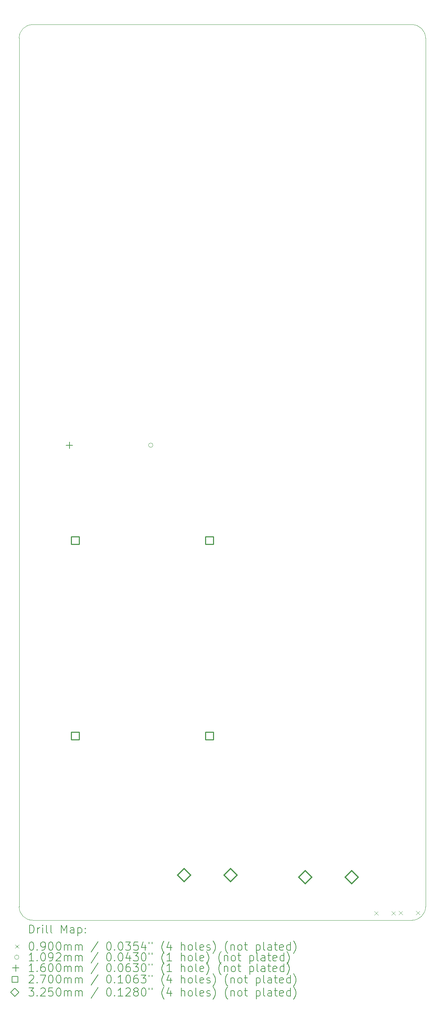
<source format=gbr>
%TF.GenerationSoftware,KiCad,Pcbnew,8.0.6*%
%TF.CreationDate,2025-01-01T18:14:10+00:00*%
%TF.ProjectId,srvant-mk2,73727661-6e74-42d6-9d6b-322e6b696361,rev?*%
%TF.SameCoordinates,Original*%
%TF.FileFunction,Drillmap*%
%TF.FilePolarity,Positive*%
%FSLAX45Y45*%
G04 Gerber Fmt 4.5, Leading zero omitted, Abs format (unit mm)*
G04 Created by KiCad (PCBNEW 8.0.6) date 2025-01-01 18:14:10*
%MOMM*%
%LPD*%
G01*
G04 APERTURE LIST*
%ADD10C,0.100000*%
%ADD11C,0.200000*%
%ADD12C,0.109220*%
%ADD13C,0.160020*%
%ADD14C,0.270000*%
%ADD15C,0.325000*%
G04 APERTURE END LIST*
D10*
X-11600000Y-21930000D02*
X-2260000Y-21930000D01*
X-1930000Y-21600000D02*
X-1930000Y-260000D01*
X-11600000Y-21930000D02*
G75*
G02*
X-11930000Y-21600000I0J330000D01*
G01*
X-2260000Y70000D02*
X-11600000Y70000D01*
X-2260000Y70000D02*
G75*
G02*
X-1930000Y-260000I0J-330000D01*
G01*
X-1930000Y-21600000D02*
G75*
G02*
X-2260000Y-21930000I-330000J0D01*
G01*
X-11930000Y-260000D02*
X-11930000Y-21600000D01*
X-11930000Y-260000D02*
G75*
G02*
X-11600000Y70000I330000J0D01*
G01*
D11*
D10*
X-3187500Y-21715000D02*
X-3097500Y-21805000D01*
X-3097500Y-21715000D02*
X-3187500Y-21805000D01*
X-2762500Y-21715000D02*
X-2672500Y-21805000D01*
X-2672500Y-21715000D02*
X-2762500Y-21805000D01*
X-2587500Y-21705000D02*
X-2497500Y-21795000D01*
X-2497500Y-21705000D02*
X-2587500Y-21795000D01*
X-2162500Y-21705000D02*
X-2072500Y-21795000D01*
X-2072500Y-21705000D02*
X-2162500Y-21795000D01*
D12*
X-8637750Y-10260820D02*
G75*
G02*
X-8746970Y-10260820I-54610J0D01*
G01*
X-8746970Y-10260820D02*
G75*
G02*
X-8637750Y-10260820I54610J0D01*
G01*
D13*
X-10692360Y-10180810D02*
X-10692360Y-10340830D01*
X-10772370Y-10260820D02*
X-10612350Y-10260820D01*
D14*
X-10454540Y-12695460D02*
X-10454540Y-12504540D01*
X-10645460Y-12504540D01*
X-10645460Y-12695460D01*
X-10454540Y-12695460D01*
X-10454540Y-17495460D02*
X-10454540Y-17304540D01*
X-10645460Y-17304540D01*
X-10645460Y-17495460D01*
X-10454540Y-17495460D01*
X-7154540Y-12695460D02*
X-7154540Y-12504540D01*
X-7345460Y-12504540D01*
X-7345460Y-12695460D01*
X-7154540Y-12695460D01*
X-7154540Y-17495460D02*
X-7154540Y-17304540D01*
X-7345460Y-17304540D01*
X-7345460Y-17495460D01*
X-7154540Y-17495460D01*
D15*
X-7871500Y-20984500D02*
X-7709000Y-20822000D01*
X-7871500Y-20659500D01*
X-8034000Y-20822000D01*
X-7871500Y-20984500D01*
X-6728500Y-20984500D02*
X-6566000Y-20822000D01*
X-6728500Y-20659500D01*
X-6891000Y-20822000D01*
X-6728500Y-20984500D01*
X-4891500Y-21035500D02*
X-4729000Y-20873000D01*
X-4891500Y-20710500D01*
X-5054000Y-20873000D01*
X-4891500Y-21035500D01*
X-3748500Y-21035500D02*
X-3586000Y-20873000D01*
X-3748500Y-20710500D01*
X-3911000Y-20873000D01*
X-3748500Y-21035500D01*
D11*
X-11674223Y-22246484D02*
X-11674223Y-22046484D01*
X-11674223Y-22046484D02*
X-11626604Y-22046484D01*
X-11626604Y-22046484D02*
X-11598033Y-22056008D01*
X-11598033Y-22056008D02*
X-11578985Y-22075055D01*
X-11578985Y-22075055D02*
X-11569461Y-22094103D01*
X-11569461Y-22094103D02*
X-11559937Y-22132198D01*
X-11559937Y-22132198D02*
X-11559937Y-22160770D01*
X-11559937Y-22160770D02*
X-11569461Y-22198865D01*
X-11569461Y-22198865D02*
X-11578985Y-22217912D01*
X-11578985Y-22217912D02*
X-11598033Y-22236960D01*
X-11598033Y-22236960D02*
X-11626604Y-22246484D01*
X-11626604Y-22246484D02*
X-11674223Y-22246484D01*
X-11474223Y-22246484D02*
X-11474223Y-22113150D01*
X-11474223Y-22151246D02*
X-11464699Y-22132198D01*
X-11464699Y-22132198D02*
X-11455175Y-22122674D01*
X-11455175Y-22122674D02*
X-11436128Y-22113150D01*
X-11436128Y-22113150D02*
X-11417080Y-22113150D01*
X-11350414Y-22246484D02*
X-11350414Y-22113150D01*
X-11350414Y-22046484D02*
X-11359937Y-22056008D01*
X-11359937Y-22056008D02*
X-11350414Y-22065531D01*
X-11350414Y-22065531D02*
X-11340890Y-22056008D01*
X-11340890Y-22056008D02*
X-11350414Y-22046484D01*
X-11350414Y-22046484D02*
X-11350414Y-22065531D01*
X-11226604Y-22246484D02*
X-11245652Y-22236960D01*
X-11245652Y-22236960D02*
X-11255175Y-22217912D01*
X-11255175Y-22217912D02*
X-11255175Y-22046484D01*
X-11121842Y-22246484D02*
X-11140890Y-22236960D01*
X-11140890Y-22236960D02*
X-11150414Y-22217912D01*
X-11150414Y-22217912D02*
X-11150414Y-22046484D01*
X-10893271Y-22246484D02*
X-10893271Y-22046484D01*
X-10893271Y-22046484D02*
X-10826604Y-22189341D01*
X-10826604Y-22189341D02*
X-10759937Y-22046484D01*
X-10759937Y-22046484D02*
X-10759937Y-22246484D01*
X-10578985Y-22246484D02*
X-10578985Y-22141722D01*
X-10578985Y-22141722D02*
X-10588509Y-22122674D01*
X-10588509Y-22122674D02*
X-10607556Y-22113150D01*
X-10607556Y-22113150D02*
X-10645652Y-22113150D01*
X-10645652Y-22113150D02*
X-10664699Y-22122674D01*
X-10578985Y-22236960D02*
X-10598033Y-22246484D01*
X-10598033Y-22246484D02*
X-10645652Y-22246484D01*
X-10645652Y-22246484D02*
X-10664699Y-22236960D01*
X-10664699Y-22236960D02*
X-10674223Y-22217912D01*
X-10674223Y-22217912D02*
X-10674223Y-22198865D01*
X-10674223Y-22198865D02*
X-10664699Y-22179817D01*
X-10664699Y-22179817D02*
X-10645652Y-22170293D01*
X-10645652Y-22170293D02*
X-10598033Y-22170293D01*
X-10598033Y-22170293D02*
X-10578985Y-22160770D01*
X-10483747Y-22113150D02*
X-10483747Y-22313150D01*
X-10483747Y-22122674D02*
X-10464699Y-22113150D01*
X-10464699Y-22113150D02*
X-10426604Y-22113150D01*
X-10426604Y-22113150D02*
X-10407556Y-22122674D01*
X-10407556Y-22122674D02*
X-10398033Y-22132198D01*
X-10398033Y-22132198D02*
X-10388509Y-22151246D01*
X-10388509Y-22151246D02*
X-10388509Y-22208389D01*
X-10388509Y-22208389D02*
X-10398033Y-22227436D01*
X-10398033Y-22227436D02*
X-10407556Y-22236960D01*
X-10407556Y-22236960D02*
X-10426604Y-22246484D01*
X-10426604Y-22246484D02*
X-10464699Y-22246484D01*
X-10464699Y-22246484D02*
X-10483747Y-22236960D01*
X-10302795Y-22227436D02*
X-10293271Y-22236960D01*
X-10293271Y-22236960D02*
X-10302795Y-22246484D01*
X-10302795Y-22246484D02*
X-10312318Y-22236960D01*
X-10312318Y-22236960D02*
X-10302795Y-22227436D01*
X-10302795Y-22227436D02*
X-10302795Y-22246484D01*
X-10302795Y-22122674D02*
X-10293271Y-22132198D01*
X-10293271Y-22132198D02*
X-10302795Y-22141722D01*
X-10302795Y-22141722D02*
X-10312318Y-22132198D01*
X-10312318Y-22132198D02*
X-10302795Y-22122674D01*
X-10302795Y-22122674D02*
X-10302795Y-22141722D01*
D10*
X-12025000Y-22530000D02*
X-11935000Y-22620000D01*
X-11935000Y-22530000D02*
X-12025000Y-22620000D01*
D11*
X-11636128Y-22466484D02*
X-11617080Y-22466484D01*
X-11617080Y-22466484D02*
X-11598033Y-22476008D01*
X-11598033Y-22476008D02*
X-11588509Y-22485531D01*
X-11588509Y-22485531D02*
X-11578985Y-22504579D01*
X-11578985Y-22504579D02*
X-11569461Y-22542674D01*
X-11569461Y-22542674D02*
X-11569461Y-22590293D01*
X-11569461Y-22590293D02*
X-11578985Y-22628388D01*
X-11578985Y-22628388D02*
X-11588509Y-22647436D01*
X-11588509Y-22647436D02*
X-11598033Y-22656960D01*
X-11598033Y-22656960D02*
X-11617080Y-22666484D01*
X-11617080Y-22666484D02*
X-11636128Y-22666484D01*
X-11636128Y-22666484D02*
X-11655175Y-22656960D01*
X-11655175Y-22656960D02*
X-11664699Y-22647436D01*
X-11664699Y-22647436D02*
X-11674223Y-22628388D01*
X-11674223Y-22628388D02*
X-11683747Y-22590293D01*
X-11683747Y-22590293D02*
X-11683747Y-22542674D01*
X-11683747Y-22542674D02*
X-11674223Y-22504579D01*
X-11674223Y-22504579D02*
X-11664699Y-22485531D01*
X-11664699Y-22485531D02*
X-11655175Y-22476008D01*
X-11655175Y-22476008D02*
X-11636128Y-22466484D01*
X-11483747Y-22647436D02*
X-11474223Y-22656960D01*
X-11474223Y-22656960D02*
X-11483747Y-22666484D01*
X-11483747Y-22666484D02*
X-11493271Y-22656960D01*
X-11493271Y-22656960D02*
X-11483747Y-22647436D01*
X-11483747Y-22647436D02*
X-11483747Y-22666484D01*
X-11378985Y-22666484D02*
X-11340890Y-22666484D01*
X-11340890Y-22666484D02*
X-11321842Y-22656960D01*
X-11321842Y-22656960D02*
X-11312318Y-22647436D01*
X-11312318Y-22647436D02*
X-11293271Y-22618865D01*
X-11293271Y-22618865D02*
X-11283747Y-22580769D01*
X-11283747Y-22580769D02*
X-11283747Y-22504579D01*
X-11283747Y-22504579D02*
X-11293271Y-22485531D01*
X-11293271Y-22485531D02*
X-11302794Y-22476008D01*
X-11302794Y-22476008D02*
X-11321842Y-22466484D01*
X-11321842Y-22466484D02*
X-11359937Y-22466484D01*
X-11359937Y-22466484D02*
X-11378985Y-22476008D01*
X-11378985Y-22476008D02*
X-11388509Y-22485531D01*
X-11388509Y-22485531D02*
X-11398033Y-22504579D01*
X-11398033Y-22504579D02*
X-11398033Y-22552198D01*
X-11398033Y-22552198D02*
X-11388509Y-22571246D01*
X-11388509Y-22571246D02*
X-11378985Y-22580769D01*
X-11378985Y-22580769D02*
X-11359937Y-22590293D01*
X-11359937Y-22590293D02*
X-11321842Y-22590293D01*
X-11321842Y-22590293D02*
X-11302794Y-22580769D01*
X-11302794Y-22580769D02*
X-11293271Y-22571246D01*
X-11293271Y-22571246D02*
X-11283747Y-22552198D01*
X-11159937Y-22466484D02*
X-11140890Y-22466484D01*
X-11140890Y-22466484D02*
X-11121842Y-22476008D01*
X-11121842Y-22476008D02*
X-11112318Y-22485531D01*
X-11112318Y-22485531D02*
X-11102795Y-22504579D01*
X-11102795Y-22504579D02*
X-11093271Y-22542674D01*
X-11093271Y-22542674D02*
X-11093271Y-22590293D01*
X-11093271Y-22590293D02*
X-11102795Y-22628388D01*
X-11102795Y-22628388D02*
X-11112318Y-22647436D01*
X-11112318Y-22647436D02*
X-11121842Y-22656960D01*
X-11121842Y-22656960D02*
X-11140890Y-22666484D01*
X-11140890Y-22666484D02*
X-11159937Y-22666484D01*
X-11159937Y-22666484D02*
X-11178985Y-22656960D01*
X-11178985Y-22656960D02*
X-11188509Y-22647436D01*
X-11188509Y-22647436D02*
X-11198033Y-22628388D01*
X-11198033Y-22628388D02*
X-11207556Y-22590293D01*
X-11207556Y-22590293D02*
X-11207556Y-22542674D01*
X-11207556Y-22542674D02*
X-11198033Y-22504579D01*
X-11198033Y-22504579D02*
X-11188509Y-22485531D01*
X-11188509Y-22485531D02*
X-11178985Y-22476008D01*
X-11178985Y-22476008D02*
X-11159937Y-22466484D01*
X-10969461Y-22466484D02*
X-10950414Y-22466484D01*
X-10950414Y-22466484D02*
X-10931366Y-22476008D01*
X-10931366Y-22476008D02*
X-10921842Y-22485531D01*
X-10921842Y-22485531D02*
X-10912318Y-22504579D01*
X-10912318Y-22504579D02*
X-10902795Y-22542674D01*
X-10902795Y-22542674D02*
X-10902795Y-22590293D01*
X-10902795Y-22590293D02*
X-10912318Y-22628388D01*
X-10912318Y-22628388D02*
X-10921842Y-22647436D01*
X-10921842Y-22647436D02*
X-10931366Y-22656960D01*
X-10931366Y-22656960D02*
X-10950414Y-22666484D01*
X-10950414Y-22666484D02*
X-10969461Y-22666484D01*
X-10969461Y-22666484D02*
X-10988509Y-22656960D01*
X-10988509Y-22656960D02*
X-10998033Y-22647436D01*
X-10998033Y-22647436D02*
X-11007556Y-22628388D01*
X-11007556Y-22628388D02*
X-11017080Y-22590293D01*
X-11017080Y-22590293D02*
X-11017080Y-22542674D01*
X-11017080Y-22542674D02*
X-11007556Y-22504579D01*
X-11007556Y-22504579D02*
X-10998033Y-22485531D01*
X-10998033Y-22485531D02*
X-10988509Y-22476008D01*
X-10988509Y-22476008D02*
X-10969461Y-22466484D01*
X-10817080Y-22666484D02*
X-10817080Y-22533150D01*
X-10817080Y-22552198D02*
X-10807556Y-22542674D01*
X-10807556Y-22542674D02*
X-10788509Y-22533150D01*
X-10788509Y-22533150D02*
X-10759937Y-22533150D01*
X-10759937Y-22533150D02*
X-10740890Y-22542674D01*
X-10740890Y-22542674D02*
X-10731366Y-22561722D01*
X-10731366Y-22561722D02*
X-10731366Y-22666484D01*
X-10731366Y-22561722D02*
X-10721842Y-22542674D01*
X-10721842Y-22542674D02*
X-10702795Y-22533150D01*
X-10702795Y-22533150D02*
X-10674223Y-22533150D01*
X-10674223Y-22533150D02*
X-10655175Y-22542674D01*
X-10655175Y-22542674D02*
X-10645652Y-22561722D01*
X-10645652Y-22561722D02*
X-10645652Y-22666484D01*
X-10550414Y-22666484D02*
X-10550414Y-22533150D01*
X-10550414Y-22552198D02*
X-10540890Y-22542674D01*
X-10540890Y-22542674D02*
X-10521842Y-22533150D01*
X-10521842Y-22533150D02*
X-10493271Y-22533150D01*
X-10493271Y-22533150D02*
X-10474223Y-22542674D01*
X-10474223Y-22542674D02*
X-10464699Y-22561722D01*
X-10464699Y-22561722D02*
X-10464699Y-22666484D01*
X-10464699Y-22561722D02*
X-10455175Y-22542674D01*
X-10455175Y-22542674D02*
X-10436128Y-22533150D01*
X-10436128Y-22533150D02*
X-10407556Y-22533150D01*
X-10407556Y-22533150D02*
X-10388509Y-22542674D01*
X-10388509Y-22542674D02*
X-10378985Y-22561722D01*
X-10378985Y-22561722D02*
X-10378985Y-22666484D01*
X-9988509Y-22456960D02*
X-10159937Y-22714103D01*
X-9731366Y-22466484D02*
X-9712318Y-22466484D01*
X-9712318Y-22466484D02*
X-9693271Y-22476008D01*
X-9693271Y-22476008D02*
X-9683747Y-22485531D01*
X-9683747Y-22485531D02*
X-9674223Y-22504579D01*
X-9674223Y-22504579D02*
X-9664699Y-22542674D01*
X-9664699Y-22542674D02*
X-9664699Y-22590293D01*
X-9664699Y-22590293D02*
X-9674223Y-22628388D01*
X-9674223Y-22628388D02*
X-9683747Y-22647436D01*
X-9683747Y-22647436D02*
X-9693271Y-22656960D01*
X-9693271Y-22656960D02*
X-9712318Y-22666484D01*
X-9712318Y-22666484D02*
X-9731366Y-22666484D01*
X-9731366Y-22666484D02*
X-9750413Y-22656960D01*
X-9750413Y-22656960D02*
X-9759937Y-22647436D01*
X-9759937Y-22647436D02*
X-9769461Y-22628388D01*
X-9769461Y-22628388D02*
X-9778985Y-22590293D01*
X-9778985Y-22590293D02*
X-9778985Y-22542674D01*
X-9778985Y-22542674D02*
X-9769461Y-22504579D01*
X-9769461Y-22504579D02*
X-9759937Y-22485531D01*
X-9759937Y-22485531D02*
X-9750413Y-22476008D01*
X-9750413Y-22476008D02*
X-9731366Y-22466484D01*
X-9578985Y-22647436D02*
X-9569461Y-22656960D01*
X-9569461Y-22656960D02*
X-9578985Y-22666484D01*
X-9578985Y-22666484D02*
X-9588509Y-22656960D01*
X-9588509Y-22656960D02*
X-9578985Y-22647436D01*
X-9578985Y-22647436D02*
X-9578985Y-22666484D01*
X-9445652Y-22466484D02*
X-9426604Y-22466484D01*
X-9426604Y-22466484D02*
X-9407556Y-22476008D01*
X-9407556Y-22476008D02*
X-9398032Y-22485531D01*
X-9398032Y-22485531D02*
X-9388509Y-22504579D01*
X-9388509Y-22504579D02*
X-9378985Y-22542674D01*
X-9378985Y-22542674D02*
X-9378985Y-22590293D01*
X-9378985Y-22590293D02*
X-9388509Y-22628388D01*
X-9388509Y-22628388D02*
X-9398032Y-22647436D01*
X-9398032Y-22647436D02*
X-9407556Y-22656960D01*
X-9407556Y-22656960D02*
X-9426604Y-22666484D01*
X-9426604Y-22666484D02*
X-9445652Y-22666484D01*
X-9445652Y-22666484D02*
X-9464699Y-22656960D01*
X-9464699Y-22656960D02*
X-9474223Y-22647436D01*
X-9474223Y-22647436D02*
X-9483747Y-22628388D01*
X-9483747Y-22628388D02*
X-9493271Y-22590293D01*
X-9493271Y-22590293D02*
X-9493271Y-22542674D01*
X-9493271Y-22542674D02*
X-9483747Y-22504579D01*
X-9483747Y-22504579D02*
X-9474223Y-22485531D01*
X-9474223Y-22485531D02*
X-9464699Y-22476008D01*
X-9464699Y-22476008D02*
X-9445652Y-22466484D01*
X-9312318Y-22466484D02*
X-9188509Y-22466484D01*
X-9188509Y-22466484D02*
X-9255175Y-22542674D01*
X-9255175Y-22542674D02*
X-9226604Y-22542674D01*
X-9226604Y-22542674D02*
X-9207556Y-22552198D01*
X-9207556Y-22552198D02*
X-9198032Y-22561722D01*
X-9198032Y-22561722D02*
X-9188509Y-22580769D01*
X-9188509Y-22580769D02*
X-9188509Y-22628388D01*
X-9188509Y-22628388D02*
X-9198032Y-22647436D01*
X-9198032Y-22647436D02*
X-9207556Y-22656960D01*
X-9207556Y-22656960D02*
X-9226604Y-22666484D01*
X-9226604Y-22666484D02*
X-9283747Y-22666484D01*
X-9283747Y-22666484D02*
X-9302794Y-22656960D01*
X-9302794Y-22656960D02*
X-9312318Y-22647436D01*
X-9007556Y-22466484D02*
X-9102794Y-22466484D01*
X-9102794Y-22466484D02*
X-9112318Y-22561722D01*
X-9112318Y-22561722D02*
X-9102794Y-22552198D01*
X-9102794Y-22552198D02*
X-9083747Y-22542674D01*
X-9083747Y-22542674D02*
X-9036128Y-22542674D01*
X-9036128Y-22542674D02*
X-9017080Y-22552198D01*
X-9017080Y-22552198D02*
X-9007556Y-22561722D01*
X-9007556Y-22561722D02*
X-8998032Y-22580769D01*
X-8998032Y-22580769D02*
X-8998032Y-22628388D01*
X-8998032Y-22628388D02*
X-9007556Y-22647436D01*
X-9007556Y-22647436D02*
X-9017080Y-22656960D01*
X-9017080Y-22656960D02*
X-9036128Y-22666484D01*
X-9036128Y-22666484D02*
X-9083747Y-22666484D01*
X-9083747Y-22666484D02*
X-9102794Y-22656960D01*
X-9102794Y-22656960D02*
X-9112318Y-22647436D01*
X-8826604Y-22533150D02*
X-8826604Y-22666484D01*
X-8874223Y-22456960D02*
X-8921842Y-22599817D01*
X-8921842Y-22599817D02*
X-8798032Y-22599817D01*
X-8731366Y-22466484D02*
X-8731366Y-22504579D01*
X-8655175Y-22466484D02*
X-8655175Y-22504579D01*
X-8359937Y-22742674D02*
X-8369461Y-22733150D01*
X-8369461Y-22733150D02*
X-8388508Y-22704579D01*
X-8388508Y-22704579D02*
X-8398032Y-22685531D01*
X-8398032Y-22685531D02*
X-8407556Y-22656960D01*
X-8407556Y-22656960D02*
X-8417080Y-22609341D01*
X-8417080Y-22609341D02*
X-8417080Y-22571246D01*
X-8417080Y-22571246D02*
X-8407556Y-22523627D01*
X-8407556Y-22523627D02*
X-8398032Y-22495055D01*
X-8398032Y-22495055D02*
X-8388508Y-22476008D01*
X-8388508Y-22476008D02*
X-8369461Y-22447436D01*
X-8369461Y-22447436D02*
X-8359937Y-22437912D01*
X-8198032Y-22533150D02*
X-8198032Y-22666484D01*
X-8245651Y-22456960D02*
X-8293270Y-22599817D01*
X-8293270Y-22599817D02*
X-8169461Y-22599817D01*
X-7940889Y-22666484D02*
X-7940889Y-22466484D01*
X-7855175Y-22666484D02*
X-7855175Y-22561722D01*
X-7855175Y-22561722D02*
X-7864699Y-22542674D01*
X-7864699Y-22542674D02*
X-7883746Y-22533150D01*
X-7883746Y-22533150D02*
X-7912318Y-22533150D01*
X-7912318Y-22533150D02*
X-7931366Y-22542674D01*
X-7931366Y-22542674D02*
X-7940889Y-22552198D01*
X-7731366Y-22666484D02*
X-7750413Y-22656960D01*
X-7750413Y-22656960D02*
X-7759937Y-22647436D01*
X-7759937Y-22647436D02*
X-7769461Y-22628388D01*
X-7769461Y-22628388D02*
X-7769461Y-22571246D01*
X-7769461Y-22571246D02*
X-7759937Y-22552198D01*
X-7759937Y-22552198D02*
X-7750413Y-22542674D01*
X-7750413Y-22542674D02*
X-7731366Y-22533150D01*
X-7731366Y-22533150D02*
X-7702794Y-22533150D01*
X-7702794Y-22533150D02*
X-7683746Y-22542674D01*
X-7683746Y-22542674D02*
X-7674223Y-22552198D01*
X-7674223Y-22552198D02*
X-7664699Y-22571246D01*
X-7664699Y-22571246D02*
X-7664699Y-22628388D01*
X-7664699Y-22628388D02*
X-7674223Y-22647436D01*
X-7674223Y-22647436D02*
X-7683746Y-22656960D01*
X-7683746Y-22656960D02*
X-7702794Y-22666484D01*
X-7702794Y-22666484D02*
X-7731366Y-22666484D01*
X-7550413Y-22666484D02*
X-7569461Y-22656960D01*
X-7569461Y-22656960D02*
X-7578985Y-22637912D01*
X-7578985Y-22637912D02*
X-7578985Y-22466484D01*
X-7398032Y-22656960D02*
X-7417080Y-22666484D01*
X-7417080Y-22666484D02*
X-7455175Y-22666484D01*
X-7455175Y-22666484D02*
X-7474223Y-22656960D01*
X-7474223Y-22656960D02*
X-7483746Y-22637912D01*
X-7483746Y-22637912D02*
X-7483746Y-22561722D01*
X-7483746Y-22561722D02*
X-7474223Y-22542674D01*
X-7474223Y-22542674D02*
X-7455175Y-22533150D01*
X-7455175Y-22533150D02*
X-7417080Y-22533150D01*
X-7417080Y-22533150D02*
X-7398032Y-22542674D01*
X-7398032Y-22542674D02*
X-7388508Y-22561722D01*
X-7388508Y-22561722D02*
X-7388508Y-22580769D01*
X-7388508Y-22580769D02*
X-7483746Y-22599817D01*
X-7312318Y-22656960D02*
X-7293270Y-22666484D01*
X-7293270Y-22666484D02*
X-7255175Y-22666484D01*
X-7255175Y-22666484D02*
X-7236127Y-22656960D01*
X-7236127Y-22656960D02*
X-7226604Y-22637912D01*
X-7226604Y-22637912D02*
X-7226604Y-22628388D01*
X-7226604Y-22628388D02*
X-7236127Y-22609341D01*
X-7236127Y-22609341D02*
X-7255175Y-22599817D01*
X-7255175Y-22599817D02*
X-7283746Y-22599817D01*
X-7283746Y-22599817D02*
X-7302794Y-22590293D01*
X-7302794Y-22590293D02*
X-7312318Y-22571246D01*
X-7312318Y-22571246D02*
X-7312318Y-22561722D01*
X-7312318Y-22561722D02*
X-7302794Y-22542674D01*
X-7302794Y-22542674D02*
X-7283746Y-22533150D01*
X-7283746Y-22533150D02*
X-7255175Y-22533150D01*
X-7255175Y-22533150D02*
X-7236127Y-22542674D01*
X-7159937Y-22742674D02*
X-7150413Y-22733150D01*
X-7150413Y-22733150D02*
X-7131365Y-22704579D01*
X-7131365Y-22704579D02*
X-7121842Y-22685531D01*
X-7121842Y-22685531D02*
X-7112318Y-22656960D01*
X-7112318Y-22656960D02*
X-7102794Y-22609341D01*
X-7102794Y-22609341D02*
X-7102794Y-22571246D01*
X-7102794Y-22571246D02*
X-7112318Y-22523627D01*
X-7112318Y-22523627D02*
X-7121842Y-22495055D01*
X-7121842Y-22495055D02*
X-7131365Y-22476008D01*
X-7131365Y-22476008D02*
X-7150413Y-22447436D01*
X-7150413Y-22447436D02*
X-7159937Y-22437912D01*
X-6798032Y-22742674D02*
X-6807556Y-22733150D01*
X-6807556Y-22733150D02*
X-6826604Y-22704579D01*
X-6826604Y-22704579D02*
X-6836127Y-22685531D01*
X-6836127Y-22685531D02*
X-6845651Y-22656960D01*
X-6845651Y-22656960D02*
X-6855175Y-22609341D01*
X-6855175Y-22609341D02*
X-6855175Y-22571246D01*
X-6855175Y-22571246D02*
X-6845651Y-22523627D01*
X-6845651Y-22523627D02*
X-6836127Y-22495055D01*
X-6836127Y-22495055D02*
X-6826604Y-22476008D01*
X-6826604Y-22476008D02*
X-6807556Y-22447436D01*
X-6807556Y-22447436D02*
X-6798032Y-22437912D01*
X-6721842Y-22533150D02*
X-6721842Y-22666484D01*
X-6721842Y-22552198D02*
X-6712318Y-22542674D01*
X-6712318Y-22542674D02*
X-6693270Y-22533150D01*
X-6693270Y-22533150D02*
X-6664699Y-22533150D01*
X-6664699Y-22533150D02*
X-6645651Y-22542674D01*
X-6645651Y-22542674D02*
X-6636127Y-22561722D01*
X-6636127Y-22561722D02*
X-6636127Y-22666484D01*
X-6512318Y-22666484D02*
X-6531365Y-22656960D01*
X-6531365Y-22656960D02*
X-6540889Y-22647436D01*
X-6540889Y-22647436D02*
X-6550413Y-22628388D01*
X-6550413Y-22628388D02*
X-6550413Y-22571246D01*
X-6550413Y-22571246D02*
X-6540889Y-22552198D01*
X-6540889Y-22552198D02*
X-6531365Y-22542674D01*
X-6531365Y-22542674D02*
X-6512318Y-22533150D01*
X-6512318Y-22533150D02*
X-6483746Y-22533150D01*
X-6483746Y-22533150D02*
X-6464699Y-22542674D01*
X-6464699Y-22542674D02*
X-6455175Y-22552198D01*
X-6455175Y-22552198D02*
X-6445651Y-22571246D01*
X-6445651Y-22571246D02*
X-6445651Y-22628388D01*
X-6445651Y-22628388D02*
X-6455175Y-22647436D01*
X-6455175Y-22647436D02*
X-6464699Y-22656960D01*
X-6464699Y-22656960D02*
X-6483746Y-22666484D01*
X-6483746Y-22666484D02*
X-6512318Y-22666484D01*
X-6388508Y-22533150D02*
X-6312318Y-22533150D01*
X-6359937Y-22466484D02*
X-6359937Y-22637912D01*
X-6359937Y-22637912D02*
X-6350413Y-22656960D01*
X-6350413Y-22656960D02*
X-6331365Y-22666484D01*
X-6331365Y-22666484D02*
X-6312318Y-22666484D01*
X-6093270Y-22533150D02*
X-6093270Y-22733150D01*
X-6093270Y-22542674D02*
X-6074223Y-22533150D01*
X-6074223Y-22533150D02*
X-6036127Y-22533150D01*
X-6036127Y-22533150D02*
X-6017080Y-22542674D01*
X-6017080Y-22542674D02*
X-6007556Y-22552198D01*
X-6007556Y-22552198D02*
X-5998032Y-22571246D01*
X-5998032Y-22571246D02*
X-5998032Y-22628388D01*
X-5998032Y-22628388D02*
X-6007556Y-22647436D01*
X-6007556Y-22647436D02*
X-6017080Y-22656960D01*
X-6017080Y-22656960D02*
X-6036127Y-22666484D01*
X-6036127Y-22666484D02*
X-6074223Y-22666484D01*
X-6074223Y-22666484D02*
X-6093270Y-22656960D01*
X-5883746Y-22666484D02*
X-5902794Y-22656960D01*
X-5902794Y-22656960D02*
X-5912318Y-22637912D01*
X-5912318Y-22637912D02*
X-5912318Y-22466484D01*
X-5721842Y-22666484D02*
X-5721842Y-22561722D01*
X-5721842Y-22561722D02*
X-5731365Y-22542674D01*
X-5731365Y-22542674D02*
X-5750413Y-22533150D01*
X-5750413Y-22533150D02*
X-5788508Y-22533150D01*
X-5788508Y-22533150D02*
X-5807556Y-22542674D01*
X-5721842Y-22656960D02*
X-5740889Y-22666484D01*
X-5740889Y-22666484D02*
X-5788508Y-22666484D01*
X-5788508Y-22666484D02*
X-5807556Y-22656960D01*
X-5807556Y-22656960D02*
X-5817080Y-22637912D01*
X-5817080Y-22637912D02*
X-5817080Y-22618865D01*
X-5817080Y-22618865D02*
X-5807556Y-22599817D01*
X-5807556Y-22599817D02*
X-5788508Y-22590293D01*
X-5788508Y-22590293D02*
X-5740889Y-22590293D01*
X-5740889Y-22590293D02*
X-5721842Y-22580769D01*
X-5655175Y-22533150D02*
X-5578985Y-22533150D01*
X-5626603Y-22466484D02*
X-5626603Y-22637912D01*
X-5626603Y-22637912D02*
X-5617080Y-22656960D01*
X-5617080Y-22656960D02*
X-5598032Y-22666484D01*
X-5598032Y-22666484D02*
X-5578985Y-22666484D01*
X-5436127Y-22656960D02*
X-5455175Y-22666484D01*
X-5455175Y-22666484D02*
X-5493270Y-22666484D01*
X-5493270Y-22666484D02*
X-5512318Y-22656960D01*
X-5512318Y-22656960D02*
X-5521842Y-22637912D01*
X-5521842Y-22637912D02*
X-5521842Y-22561722D01*
X-5521842Y-22561722D02*
X-5512318Y-22542674D01*
X-5512318Y-22542674D02*
X-5493270Y-22533150D01*
X-5493270Y-22533150D02*
X-5455175Y-22533150D01*
X-5455175Y-22533150D02*
X-5436127Y-22542674D01*
X-5436127Y-22542674D02*
X-5426604Y-22561722D01*
X-5426604Y-22561722D02*
X-5426604Y-22580769D01*
X-5426604Y-22580769D02*
X-5521842Y-22599817D01*
X-5255175Y-22666484D02*
X-5255175Y-22466484D01*
X-5255175Y-22656960D02*
X-5274223Y-22666484D01*
X-5274223Y-22666484D02*
X-5312318Y-22666484D01*
X-5312318Y-22666484D02*
X-5331365Y-22656960D01*
X-5331365Y-22656960D02*
X-5340889Y-22647436D01*
X-5340889Y-22647436D02*
X-5350413Y-22628388D01*
X-5350413Y-22628388D02*
X-5350413Y-22571246D01*
X-5350413Y-22571246D02*
X-5340889Y-22552198D01*
X-5340889Y-22552198D02*
X-5331365Y-22542674D01*
X-5331365Y-22542674D02*
X-5312318Y-22533150D01*
X-5312318Y-22533150D02*
X-5274223Y-22533150D01*
X-5274223Y-22533150D02*
X-5255175Y-22542674D01*
X-5178984Y-22742674D02*
X-5169461Y-22733150D01*
X-5169461Y-22733150D02*
X-5150413Y-22704579D01*
X-5150413Y-22704579D02*
X-5140889Y-22685531D01*
X-5140889Y-22685531D02*
X-5131365Y-22656960D01*
X-5131365Y-22656960D02*
X-5121842Y-22609341D01*
X-5121842Y-22609341D02*
X-5121842Y-22571246D01*
X-5121842Y-22571246D02*
X-5131365Y-22523627D01*
X-5131365Y-22523627D02*
X-5140889Y-22495055D01*
X-5140889Y-22495055D02*
X-5150413Y-22476008D01*
X-5150413Y-22476008D02*
X-5169461Y-22447436D01*
X-5169461Y-22447436D02*
X-5178984Y-22437912D01*
D12*
X-11935000Y-22839000D02*
G75*
G02*
X-12044220Y-22839000I-54610J0D01*
G01*
X-12044220Y-22839000D02*
G75*
G02*
X-11935000Y-22839000I54610J0D01*
G01*
D11*
X-11569461Y-22930484D02*
X-11683747Y-22930484D01*
X-11626604Y-22930484D02*
X-11626604Y-22730484D01*
X-11626604Y-22730484D02*
X-11645652Y-22759055D01*
X-11645652Y-22759055D02*
X-11664699Y-22778103D01*
X-11664699Y-22778103D02*
X-11683747Y-22787627D01*
X-11483747Y-22911436D02*
X-11474223Y-22920960D01*
X-11474223Y-22920960D02*
X-11483747Y-22930484D01*
X-11483747Y-22930484D02*
X-11493271Y-22920960D01*
X-11493271Y-22920960D02*
X-11483747Y-22911436D01*
X-11483747Y-22911436D02*
X-11483747Y-22930484D01*
X-11350414Y-22730484D02*
X-11331366Y-22730484D01*
X-11331366Y-22730484D02*
X-11312318Y-22740008D01*
X-11312318Y-22740008D02*
X-11302794Y-22749531D01*
X-11302794Y-22749531D02*
X-11293271Y-22768579D01*
X-11293271Y-22768579D02*
X-11283747Y-22806674D01*
X-11283747Y-22806674D02*
X-11283747Y-22854293D01*
X-11283747Y-22854293D02*
X-11293271Y-22892388D01*
X-11293271Y-22892388D02*
X-11302794Y-22911436D01*
X-11302794Y-22911436D02*
X-11312318Y-22920960D01*
X-11312318Y-22920960D02*
X-11331366Y-22930484D01*
X-11331366Y-22930484D02*
X-11350414Y-22930484D01*
X-11350414Y-22930484D02*
X-11369461Y-22920960D01*
X-11369461Y-22920960D02*
X-11378985Y-22911436D01*
X-11378985Y-22911436D02*
X-11388509Y-22892388D01*
X-11388509Y-22892388D02*
X-11398033Y-22854293D01*
X-11398033Y-22854293D02*
X-11398033Y-22806674D01*
X-11398033Y-22806674D02*
X-11388509Y-22768579D01*
X-11388509Y-22768579D02*
X-11378985Y-22749531D01*
X-11378985Y-22749531D02*
X-11369461Y-22740008D01*
X-11369461Y-22740008D02*
X-11350414Y-22730484D01*
X-11188509Y-22930484D02*
X-11150414Y-22930484D01*
X-11150414Y-22930484D02*
X-11131366Y-22920960D01*
X-11131366Y-22920960D02*
X-11121842Y-22911436D01*
X-11121842Y-22911436D02*
X-11102795Y-22882865D01*
X-11102795Y-22882865D02*
X-11093271Y-22844769D01*
X-11093271Y-22844769D02*
X-11093271Y-22768579D01*
X-11093271Y-22768579D02*
X-11102795Y-22749531D01*
X-11102795Y-22749531D02*
X-11112318Y-22740008D01*
X-11112318Y-22740008D02*
X-11131366Y-22730484D01*
X-11131366Y-22730484D02*
X-11169461Y-22730484D01*
X-11169461Y-22730484D02*
X-11188509Y-22740008D01*
X-11188509Y-22740008D02*
X-11198033Y-22749531D01*
X-11198033Y-22749531D02*
X-11207556Y-22768579D01*
X-11207556Y-22768579D02*
X-11207556Y-22816198D01*
X-11207556Y-22816198D02*
X-11198033Y-22835246D01*
X-11198033Y-22835246D02*
X-11188509Y-22844769D01*
X-11188509Y-22844769D02*
X-11169461Y-22854293D01*
X-11169461Y-22854293D02*
X-11131366Y-22854293D01*
X-11131366Y-22854293D02*
X-11112318Y-22844769D01*
X-11112318Y-22844769D02*
X-11102795Y-22835246D01*
X-11102795Y-22835246D02*
X-11093271Y-22816198D01*
X-11017080Y-22749531D02*
X-11007556Y-22740008D01*
X-11007556Y-22740008D02*
X-10988509Y-22730484D01*
X-10988509Y-22730484D02*
X-10940890Y-22730484D01*
X-10940890Y-22730484D02*
X-10921842Y-22740008D01*
X-10921842Y-22740008D02*
X-10912318Y-22749531D01*
X-10912318Y-22749531D02*
X-10902795Y-22768579D01*
X-10902795Y-22768579D02*
X-10902795Y-22787627D01*
X-10902795Y-22787627D02*
X-10912318Y-22816198D01*
X-10912318Y-22816198D02*
X-11026604Y-22930484D01*
X-11026604Y-22930484D02*
X-10902795Y-22930484D01*
X-10817080Y-22930484D02*
X-10817080Y-22797150D01*
X-10817080Y-22816198D02*
X-10807556Y-22806674D01*
X-10807556Y-22806674D02*
X-10788509Y-22797150D01*
X-10788509Y-22797150D02*
X-10759937Y-22797150D01*
X-10759937Y-22797150D02*
X-10740890Y-22806674D01*
X-10740890Y-22806674D02*
X-10731366Y-22825722D01*
X-10731366Y-22825722D02*
X-10731366Y-22930484D01*
X-10731366Y-22825722D02*
X-10721842Y-22806674D01*
X-10721842Y-22806674D02*
X-10702795Y-22797150D01*
X-10702795Y-22797150D02*
X-10674223Y-22797150D01*
X-10674223Y-22797150D02*
X-10655175Y-22806674D01*
X-10655175Y-22806674D02*
X-10645652Y-22825722D01*
X-10645652Y-22825722D02*
X-10645652Y-22930484D01*
X-10550414Y-22930484D02*
X-10550414Y-22797150D01*
X-10550414Y-22816198D02*
X-10540890Y-22806674D01*
X-10540890Y-22806674D02*
X-10521842Y-22797150D01*
X-10521842Y-22797150D02*
X-10493271Y-22797150D01*
X-10493271Y-22797150D02*
X-10474223Y-22806674D01*
X-10474223Y-22806674D02*
X-10464699Y-22825722D01*
X-10464699Y-22825722D02*
X-10464699Y-22930484D01*
X-10464699Y-22825722D02*
X-10455175Y-22806674D01*
X-10455175Y-22806674D02*
X-10436128Y-22797150D01*
X-10436128Y-22797150D02*
X-10407556Y-22797150D01*
X-10407556Y-22797150D02*
X-10388509Y-22806674D01*
X-10388509Y-22806674D02*
X-10378985Y-22825722D01*
X-10378985Y-22825722D02*
X-10378985Y-22930484D01*
X-9988509Y-22720960D02*
X-10159937Y-22978103D01*
X-9731366Y-22730484D02*
X-9712318Y-22730484D01*
X-9712318Y-22730484D02*
X-9693271Y-22740008D01*
X-9693271Y-22740008D02*
X-9683747Y-22749531D01*
X-9683747Y-22749531D02*
X-9674223Y-22768579D01*
X-9674223Y-22768579D02*
X-9664699Y-22806674D01*
X-9664699Y-22806674D02*
X-9664699Y-22854293D01*
X-9664699Y-22854293D02*
X-9674223Y-22892388D01*
X-9674223Y-22892388D02*
X-9683747Y-22911436D01*
X-9683747Y-22911436D02*
X-9693271Y-22920960D01*
X-9693271Y-22920960D02*
X-9712318Y-22930484D01*
X-9712318Y-22930484D02*
X-9731366Y-22930484D01*
X-9731366Y-22930484D02*
X-9750413Y-22920960D01*
X-9750413Y-22920960D02*
X-9759937Y-22911436D01*
X-9759937Y-22911436D02*
X-9769461Y-22892388D01*
X-9769461Y-22892388D02*
X-9778985Y-22854293D01*
X-9778985Y-22854293D02*
X-9778985Y-22806674D01*
X-9778985Y-22806674D02*
X-9769461Y-22768579D01*
X-9769461Y-22768579D02*
X-9759937Y-22749531D01*
X-9759937Y-22749531D02*
X-9750413Y-22740008D01*
X-9750413Y-22740008D02*
X-9731366Y-22730484D01*
X-9578985Y-22911436D02*
X-9569461Y-22920960D01*
X-9569461Y-22920960D02*
X-9578985Y-22930484D01*
X-9578985Y-22930484D02*
X-9588509Y-22920960D01*
X-9588509Y-22920960D02*
X-9578985Y-22911436D01*
X-9578985Y-22911436D02*
X-9578985Y-22930484D01*
X-9445652Y-22730484D02*
X-9426604Y-22730484D01*
X-9426604Y-22730484D02*
X-9407556Y-22740008D01*
X-9407556Y-22740008D02*
X-9398032Y-22749531D01*
X-9398032Y-22749531D02*
X-9388509Y-22768579D01*
X-9388509Y-22768579D02*
X-9378985Y-22806674D01*
X-9378985Y-22806674D02*
X-9378985Y-22854293D01*
X-9378985Y-22854293D02*
X-9388509Y-22892388D01*
X-9388509Y-22892388D02*
X-9398032Y-22911436D01*
X-9398032Y-22911436D02*
X-9407556Y-22920960D01*
X-9407556Y-22920960D02*
X-9426604Y-22930484D01*
X-9426604Y-22930484D02*
X-9445652Y-22930484D01*
X-9445652Y-22930484D02*
X-9464699Y-22920960D01*
X-9464699Y-22920960D02*
X-9474223Y-22911436D01*
X-9474223Y-22911436D02*
X-9483747Y-22892388D01*
X-9483747Y-22892388D02*
X-9493271Y-22854293D01*
X-9493271Y-22854293D02*
X-9493271Y-22806674D01*
X-9493271Y-22806674D02*
X-9483747Y-22768579D01*
X-9483747Y-22768579D02*
X-9474223Y-22749531D01*
X-9474223Y-22749531D02*
X-9464699Y-22740008D01*
X-9464699Y-22740008D02*
X-9445652Y-22730484D01*
X-9207556Y-22797150D02*
X-9207556Y-22930484D01*
X-9255175Y-22720960D02*
X-9302794Y-22863817D01*
X-9302794Y-22863817D02*
X-9178985Y-22863817D01*
X-9121842Y-22730484D02*
X-8998032Y-22730484D01*
X-8998032Y-22730484D02*
X-9064699Y-22806674D01*
X-9064699Y-22806674D02*
X-9036128Y-22806674D01*
X-9036128Y-22806674D02*
X-9017080Y-22816198D01*
X-9017080Y-22816198D02*
X-9007556Y-22825722D01*
X-9007556Y-22825722D02*
X-8998032Y-22844769D01*
X-8998032Y-22844769D02*
X-8998032Y-22892388D01*
X-8998032Y-22892388D02*
X-9007556Y-22911436D01*
X-9007556Y-22911436D02*
X-9017080Y-22920960D01*
X-9017080Y-22920960D02*
X-9036128Y-22930484D01*
X-9036128Y-22930484D02*
X-9093271Y-22930484D01*
X-9093271Y-22930484D02*
X-9112318Y-22920960D01*
X-9112318Y-22920960D02*
X-9121842Y-22911436D01*
X-8874223Y-22730484D02*
X-8855175Y-22730484D01*
X-8855175Y-22730484D02*
X-8836128Y-22740008D01*
X-8836128Y-22740008D02*
X-8826604Y-22749531D01*
X-8826604Y-22749531D02*
X-8817080Y-22768579D01*
X-8817080Y-22768579D02*
X-8807556Y-22806674D01*
X-8807556Y-22806674D02*
X-8807556Y-22854293D01*
X-8807556Y-22854293D02*
X-8817080Y-22892388D01*
X-8817080Y-22892388D02*
X-8826604Y-22911436D01*
X-8826604Y-22911436D02*
X-8836128Y-22920960D01*
X-8836128Y-22920960D02*
X-8855175Y-22930484D01*
X-8855175Y-22930484D02*
X-8874223Y-22930484D01*
X-8874223Y-22930484D02*
X-8893271Y-22920960D01*
X-8893271Y-22920960D02*
X-8902794Y-22911436D01*
X-8902794Y-22911436D02*
X-8912318Y-22892388D01*
X-8912318Y-22892388D02*
X-8921842Y-22854293D01*
X-8921842Y-22854293D02*
X-8921842Y-22806674D01*
X-8921842Y-22806674D02*
X-8912318Y-22768579D01*
X-8912318Y-22768579D02*
X-8902794Y-22749531D01*
X-8902794Y-22749531D02*
X-8893271Y-22740008D01*
X-8893271Y-22740008D02*
X-8874223Y-22730484D01*
X-8731366Y-22730484D02*
X-8731366Y-22768579D01*
X-8655175Y-22730484D02*
X-8655175Y-22768579D01*
X-8359937Y-23006674D02*
X-8369461Y-22997150D01*
X-8369461Y-22997150D02*
X-8388508Y-22968579D01*
X-8388508Y-22968579D02*
X-8398032Y-22949531D01*
X-8398032Y-22949531D02*
X-8407556Y-22920960D01*
X-8407556Y-22920960D02*
X-8417080Y-22873341D01*
X-8417080Y-22873341D02*
X-8417080Y-22835246D01*
X-8417080Y-22835246D02*
X-8407556Y-22787627D01*
X-8407556Y-22787627D02*
X-8398032Y-22759055D01*
X-8398032Y-22759055D02*
X-8388508Y-22740008D01*
X-8388508Y-22740008D02*
X-8369461Y-22711436D01*
X-8369461Y-22711436D02*
X-8359937Y-22701912D01*
X-8178985Y-22930484D02*
X-8293270Y-22930484D01*
X-8236128Y-22930484D02*
X-8236128Y-22730484D01*
X-8236128Y-22730484D02*
X-8255175Y-22759055D01*
X-8255175Y-22759055D02*
X-8274223Y-22778103D01*
X-8274223Y-22778103D02*
X-8293270Y-22787627D01*
X-7940889Y-22930484D02*
X-7940889Y-22730484D01*
X-7855175Y-22930484D02*
X-7855175Y-22825722D01*
X-7855175Y-22825722D02*
X-7864699Y-22806674D01*
X-7864699Y-22806674D02*
X-7883746Y-22797150D01*
X-7883746Y-22797150D02*
X-7912318Y-22797150D01*
X-7912318Y-22797150D02*
X-7931366Y-22806674D01*
X-7931366Y-22806674D02*
X-7940889Y-22816198D01*
X-7731366Y-22930484D02*
X-7750413Y-22920960D01*
X-7750413Y-22920960D02*
X-7759937Y-22911436D01*
X-7759937Y-22911436D02*
X-7769461Y-22892388D01*
X-7769461Y-22892388D02*
X-7769461Y-22835246D01*
X-7769461Y-22835246D02*
X-7759937Y-22816198D01*
X-7759937Y-22816198D02*
X-7750413Y-22806674D01*
X-7750413Y-22806674D02*
X-7731366Y-22797150D01*
X-7731366Y-22797150D02*
X-7702794Y-22797150D01*
X-7702794Y-22797150D02*
X-7683746Y-22806674D01*
X-7683746Y-22806674D02*
X-7674223Y-22816198D01*
X-7674223Y-22816198D02*
X-7664699Y-22835246D01*
X-7664699Y-22835246D02*
X-7664699Y-22892388D01*
X-7664699Y-22892388D02*
X-7674223Y-22911436D01*
X-7674223Y-22911436D02*
X-7683746Y-22920960D01*
X-7683746Y-22920960D02*
X-7702794Y-22930484D01*
X-7702794Y-22930484D02*
X-7731366Y-22930484D01*
X-7550413Y-22930484D02*
X-7569461Y-22920960D01*
X-7569461Y-22920960D02*
X-7578985Y-22901912D01*
X-7578985Y-22901912D02*
X-7578985Y-22730484D01*
X-7398032Y-22920960D02*
X-7417080Y-22930484D01*
X-7417080Y-22930484D02*
X-7455175Y-22930484D01*
X-7455175Y-22930484D02*
X-7474223Y-22920960D01*
X-7474223Y-22920960D02*
X-7483746Y-22901912D01*
X-7483746Y-22901912D02*
X-7483746Y-22825722D01*
X-7483746Y-22825722D02*
X-7474223Y-22806674D01*
X-7474223Y-22806674D02*
X-7455175Y-22797150D01*
X-7455175Y-22797150D02*
X-7417080Y-22797150D01*
X-7417080Y-22797150D02*
X-7398032Y-22806674D01*
X-7398032Y-22806674D02*
X-7388508Y-22825722D01*
X-7388508Y-22825722D02*
X-7388508Y-22844769D01*
X-7388508Y-22844769D02*
X-7483746Y-22863817D01*
X-7321842Y-23006674D02*
X-7312318Y-22997150D01*
X-7312318Y-22997150D02*
X-7293270Y-22968579D01*
X-7293270Y-22968579D02*
X-7283746Y-22949531D01*
X-7283746Y-22949531D02*
X-7274223Y-22920960D01*
X-7274223Y-22920960D02*
X-7264699Y-22873341D01*
X-7264699Y-22873341D02*
X-7264699Y-22835246D01*
X-7264699Y-22835246D02*
X-7274223Y-22787627D01*
X-7274223Y-22787627D02*
X-7283746Y-22759055D01*
X-7283746Y-22759055D02*
X-7293270Y-22740008D01*
X-7293270Y-22740008D02*
X-7312318Y-22711436D01*
X-7312318Y-22711436D02*
X-7321842Y-22701912D01*
X-6959937Y-23006674D02*
X-6969461Y-22997150D01*
X-6969461Y-22997150D02*
X-6988508Y-22968579D01*
X-6988508Y-22968579D02*
X-6998032Y-22949531D01*
X-6998032Y-22949531D02*
X-7007556Y-22920960D01*
X-7007556Y-22920960D02*
X-7017080Y-22873341D01*
X-7017080Y-22873341D02*
X-7017080Y-22835246D01*
X-7017080Y-22835246D02*
X-7007556Y-22787627D01*
X-7007556Y-22787627D02*
X-6998032Y-22759055D01*
X-6998032Y-22759055D02*
X-6988508Y-22740008D01*
X-6988508Y-22740008D02*
X-6969461Y-22711436D01*
X-6969461Y-22711436D02*
X-6959937Y-22701912D01*
X-6883746Y-22797150D02*
X-6883746Y-22930484D01*
X-6883746Y-22816198D02*
X-6874223Y-22806674D01*
X-6874223Y-22806674D02*
X-6855175Y-22797150D01*
X-6855175Y-22797150D02*
X-6826604Y-22797150D01*
X-6826604Y-22797150D02*
X-6807556Y-22806674D01*
X-6807556Y-22806674D02*
X-6798032Y-22825722D01*
X-6798032Y-22825722D02*
X-6798032Y-22930484D01*
X-6674223Y-22930484D02*
X-6693270Y-22920960D01*
X-6693270Y-22920960D02*
X-6702794Y-22911436D01*
X-6702794Y-22911436D02*
X-6712318Y-22892388D01*
X-6712318Y-22892388D02*
X-6712318Y-22835246D01*
X-6712318Y-22835246D02*
X-6702794Y-22816198D01*
X-6702794Y-22816198D02*
X-6693270Y-22806674D01*
X-6693270Y-22806674D02*
X-6674223Y-22797150D01*
X-6674223Y-22797150D02*
X-6645651Y-22797150D01*
X-6645651Y-22797150D02*
X-6626604Y-22806674D01*
X-6626604Y-22806674D02*
X-6617080Y-22816198D01*
X-6617080Y-22816198D02*
X-6607556Y-22835246D01*
X-6607556Y-22835246D02*
X-6607556Y-22892388D01*
X-6607556Y-22892388D02*
X-6617080Y-22911436D01*
X-6617080Y-22911436D02*
X-6626604Y-22920960D01*
X-6626604Y-22920960D02*
X-6645651Y-22930484D01*
X-6645651Y-22930484D02*
X-6674223Y-22930484D01*
X-6550413Y-22797150D02*
X-6474223Y-22797150D01*
X-6521842Y-22730484D02*
X-6521842Y-22901912D01*
X-6521842Y-22901912D02*
X-6512318Y-22920960D01*
X-6512318Y-22920960D02*
X-6493270Y-22930484D01*
X-6493270Y-22930484D02*
X-6474223Y-22930484D01*
X-6255175Y-22797150D02*
X-6255175Y-22997150D01*
X-6255175Y-22806674D02*
X-6236127Y-22797150D01*
X-6236127Y-22797150D02*
X-6198032Y-22797150D01*
X-6198032Y-22797150D02*
X-6178984Y-22806674D01*
X-6178984Y-22806674D02*
X-6169461Y-22816198D01*
X-6169461Y-22816198D02*
X-6159937Y-22835246D01*
X-6159937Y-22835246D02*
X-6159937Y-22892388D01*
X-6159937Y-22892388D02*
X-6169461Y-22911436D01*
X-6169461Y-22911436D02*
X-6178984Y-22920960D01*
X-6178984Y-22920960D02*
X-6198032Y-22930484D01*
X-6198032Y-22930484D02*
X-6236127Y-22930484D01*
X-6236127Y-22930484D02*
X-6255175Y-22920960D01*
X-6045651Y-22930484D02*
X-6064699Y-22920960D01*
X-6064699Y-22920960D02*
X-6074223Y-22901912D01*
X-6074223Y-22901912D02*
X-6074223Y-22730484D01*
X-5883746Y-22930484D02*
X-5883746Y-22825722D01*
X-5883746Y-22825722D02*
X-5893270Y-22806674D01*
X-5893270Y-22806674D02*
X-5912318Y-22797150D01*
X-5912318Y-22797150D02*
X-5950413Y-22797150D01*
X-5950413Y-22797150D02*
X-5969461Y-22806674D01*
X-5883746Y-22920960D02*
X-5902794Y-22930484D01*
X-5902794Y-22930484D02*
X-5950413Y-22930484D01*
X-5950413Y-22930484D02*
X-5969461Y-22920960D01*
X-5969461Y-22920960D02*
X-5978984Y-22901912D01*
X-5978984Y-22901912D02*
X-5978984Y-22882865D01*
X-5978984Y-22882865D02*
X-5969461Y-22863817D01*
X-5969461Y-22863817D02*
X-5950413Y-22854293D01*
X-5950413Y-22854293D02*
X-5902794Y-22854293D01*
X-5902794Y-22854293D02*
X-5883746Y-22844769D01*
X-5817080Y-22797150D02*
X-5740889Y-22797150D01*
X-5788508Y-22730484D02*
X-5788508Y-22901912D01*
X-5788508Y-22901912D02*
X-5778984Y-22920960D01*
X-5778984Y-22920960D02*
X-5759937Y-22930484D01*
X-5759937Y-22930484D02*
X-5740889Y-22930484D01*
X-5598032Y-22920960D02*
X-5617080Y-22930484D01*
X-5617080Y-22930484D02*
X-5655175Y-22930484D01*
X-5655175Y-22930484D02*
X-5674223Y-22920960D01*
X-5674223Y-22920960D02*
X-5683746Y-22901912D01*
X-5683746Y-22901912D02*
X-5683746Y-22825722D01*
X-5683746Y-22825722D02*
X-5674223Y-22806674D01*
X-5674223Y-22806674D02*
X-5655175Y-22797150D01*
X-5655175Y-22797150D02*
X-5617080Y-22797150D01*
X-5617080Y-22797150D02*
X-5598032Y-22806674D01*
X-5598032Y-22806674D02*
X-5588508Y-22825722D01*
X-5588508Y-22825722D02*
X-5588508Y-22844769D01*
X-5588508Y-22844769D02*
X-5683746Y-22863817D01*
X-5417080Y-22930484D02*
X-5417080Y-22730484D01*
X-5417080Y-22920960D02*
X-5436127Y-22930484D01*
X-5436127Y-22930484D02*
X-5474223Y-22930484D01*
X-5474223Y-22930484D02*
X-5493270Y-22920960D01*
X-5493270Y-22920960D02*
X-5502794Y-22911436D01*
X-5502794Y-22911436D02*
X-5512318Y-22892388D01*
X-5512318Y-22892388D02*
X-5512318Y-22835246D01*
X-5512318Y-22835246D02*
X-5502794Y-22816198D01*
X-5502794Y-22816198D02*
X-5493270Y-22806674D01*
X-5493270Y-22806674D02*
X-5474223Y-22797150D01*
X-5474223Y-22797150D02*
X-5436127Y-22797150D01*
X-5436127Y-22797150D02*
X-5417080Y-22806674D01*
X-5340889Y-23006674D02*
X-5331365Y-22997150D01*
X-5331365Y-22997150D02*
X-5312318Y-22968579D01*
X-5312318Y-22968579D02*
X-5302794Y-22949531D01*
X-5302794Y-22949531D02*
X-5293270Y-22920960D01*
X-5293270Y-22920960D02*
X-5283746Y-22873341D01*
X-5283746Y-22873341D02*
X-5283746Y-22835246D01*
X-5283746Y-22835246D02*
X-5293270Y-22787627D01*
X-5293270Y-22787627D02*
X-5302794Y-22759055D01*
X-5302794Y-22759055D02*
X-5312318Y-22740008D01*
X-5312318Y-22740008D02*
X-5331365Y-22711436D01*
X-5331365Y-22711436D02*
X-5340889Y-22701912D01*
D13*
X-12015010Y-23022990D02*
X-12015010Y-23183010D01*
X-12095020Y-23103000D02*
X-11935000Y-23103000D01*
D11*
X-11569461Y-23194484D02*
X-11683747Y-23194484D01*
X-11626604Y-23194484D02*
X-11626604Y-22994484D01*
X-11626604Y-22994484D02*
X-11645652Y-23023055D01*
X-11645652Y-23023055D02*
X-11664699Y-23042103D01*
X-11664699Y-23042103D02*
X-11683747Y-23051627D01*
X-11483747Y-23175436D02*
X-11474223Y-23184960D01*
X-11474223Y-23184960D02*
X-11483747Y-23194484D01*
X-11483747Y-23194484D02*
X-11493271Y-23184960D01*
X-11493271Y-23184960D02*
X-11483747Y-23175436D01*
X-11483747Y-23175436D02*
X-11483747Y-23194484D01*
X-11302794Y-22994484D02*
X-11340890Y-22994484D01*
X-11340890Y-22994484D02*
X-11359937Y-23004008D01*
X-11359937Y-23004008D02*
X-11369461Y-23013531D01*
X-11369461Y-23013531D02*
X-11388509Y-23042103D01*
X-11388509Y-23042103D02*
X-11398033Y-23080198D01*
X-11398033Y-23080198D02*
X-11398033Y-23156388D01*
X-11398033Y-23156388D02*
X-11388509Y-23175436D01*
X-11388509Y-23175436D02*
X-11378985Y-23184960D01*
X-11378985Y-23184960D02*
X-11359937Y-23194484D01*
X-11359937Y-23194484D02*
X-11321842Y-23194484D01*
X-11321842Y-23194484D02*
X-11302794Y-23184960D01*
X-11302794Y-23184960D02*
X-11293271Y-23175436D01*
X-11293271Y-23175436D02*
X-11283747Y-23156388D01*
X-11283747Y-23156388D02*
X-11283747Y-23108769D01*
X-11283747Y-23108769D02*
X-11293271Y-23089722D01*
X-11293271Y-23089722D02*
X-11302794Y-23080198D01*
X-11302794Y-23080198D02*
X-11321842Y-23070674D01*
X-11321842Y-23070674D02*
X-11359937Y-23070674D01*
X-11359937Y-23070674D02*
X-11378985Y-23080198D01*
X-11378985Y-23080198D02*
X-11388509Y-23089722D01*
X-11388509Y-23089722D02*
X-11398033Y-23108769D01*
X-11159937Y-22994484D02*
X-11140890Y-22994484D01*
X-11140890Y-22994484D02*
X-11121842Y-23004008D01*
X-11121842Y-23004008D02*
X-11112318Y-23013531D01*
X-11112318Y-23013531D02*
X-11102795Y-23032579D01*
X-11102795Y-23032579D02*
X-11093271Y-23070674D01*
X-11093271Y-23070674D02*
X-11093271Y-23118293D01*
X-11093271Y-23118293D02*
X-11102795Y-23156388D01*
X-11102795Y-23156388D02*
X-11112318Y-23175436D01*
X-11112318Y-23175436D02*
X-11121842Y-23184960D01*
X-11121842Y-23184960D02*
X-11140890Y-23194484D01*
X-11140890Y-23194484D02*
X-11159937Y-23194484D01*
X-11159937Y-23194484D02*
X-11178985Y-23184960D01*
X-11178985Y-23184960D02*
X-11188509Y-23175436D01*
X-11188509Y-23175436D02*
X-11198033Y-23156388D01*
X-11198033Y-23156388D02*
X-11207556Y-23118293D01*
X-11207556Y-23118293D02*
X-11207556Y-23070674D01*
X-11207556Y-23070674D02*
X-11198033Y-23032579D01*
X-11198033Y-23032579D02*
X-11188509Y-23013531D01*
X-11188509Y-23013531D02*
X-11178985Y-23004008D01*
X-11178985Y-23004008D02*
X-11159937Y-22994484D01*
X-10969461Y-22994484D02*
X-10950414Y-22994484D01*
X-10950414Y-22994484D02*
X-10931366Y-23004008D01*
X-10931366Y-23004008D02*
X-10921842Y-23013531D01*
X-10921842Y-23013531D02*
X-10912318Y-23032579D01*
X-10912318Y-23032579D02*
X-10902795Y-23070674D01*
X-10902795Y-23070674D02*
X-10902795Y-23118293D01*
X-10902795Y-23118293D02*
X-10912318Y-23156388D01*
X-10912318Y-23156388D02*
X-10921842Y-23175436D01*
X-10921842Y-23175436D02*
X-10931366Y-23184960D01*
X-10931366Y-23184960D02*
X-10950414Y-23194484D01*
X-10950414Y-23194484D02*
X-10969461Y-23194484D01*
X-10969461Y-23194484D02*
X-10988509Y-23184960D01*
X-10988509Y-23184960D02*
X-10998033Y-23175436D01*
X-10998033Y-23175436D02*
X-11007556Y-23156388D01*
X-11007556Y-23156388D02*
X-11017080Y-23118293D01*
X-11017080Y-23118293D02*
X-11017080Y-23070674D01*
X-11017080Y-23070674D02*
X-11007556Y-23032579D01*
X-11007556Y-23032579D02*
X-10998033Y-23013531D01*
X-10998033Y-23013531D02*
X-10988509Y-23004008D01*
X-10988509Y-23004008D02*
X-10969461Y-22994484D01*
X-10817080Y-23194484D02*
X-10817080Y-23061150D01*
X-10817080Y-23080198D02*
X-10807556Y-23070674D01*
X-10807556Y-23070674D02*
X-10788509Y-23061150D01*
X-10788509Y-23061150D02*
X-10759937Y-23061150D01*
X-10759937Y-23061150D02*
X-10740890Y-23070674D01*
X-10740890Y-23070674D02*
X-10731366Y-23089722D01*
X-10731366Y-23089722D02*
X-10731366Y-23194484D01*
X-10731366Y-23089722D02*
X-10721842Y-23070674D01*
X-10721842Y-23070674D02*
X-10702795Y-23061150D01*
X-10702795Y-23061150D02*
X-10674223Y-23061150D01*
X-10674223Y-23061150D02*
X-10655175Y-23070674D01*
X-10655175Y-23070674D02*
X-10645652Y-23089722D01*
X-10645652Y-23089722D02*
X-10645652Y-23194484D01*
X-10550414Y-23194484D02*
X-10550414Y-23061150D01*
X-10550414Y-23080198D02*
X-10540890Y-23070674D01*
X-10540890Y-23070674D02*
X-10521842Y-23061150D01*
X-10521842Y-23061150D02*
X-10493271Y-23061150D01*
X-10493271Y-23061150D02*
X-10474223Y-23070674D01*
X-10474223Y-23070674D02*
X-10464699Y-23089722D01*
X-10464699Y-23089722D02*
X-10464699Y-23194484D01*
X-10464699Y-23089722D02*
X-10455175Y-23070674D01*
X-10455175Y-23070674D02*
X-10436128Y-23061150D01*
X-10436128Y-23061150D02*
X-10407556Y-23061150D01*
X-10407556Y-23061150D02*
X-10388509Y-23070674D01*
X-10388509Y-23070674D02*
X-10378985Y-23089722D01*
X-10378985Y-23089722D02*
X-10378985Y-23194484D01*
X-9988509Y-22984960D02*
X-10159937Y-23242103D01*
X-9731366Y-22994484D02*
X-9712318Y-22994484D01*
X-9712318Y-22994484D02*
X-9693271Y-23004008D01*
X-9693271Y-23004008D02*
X-9683747Y-23013531D01*
X-9683747Y-23013531D02*
X-9674223Y-23032579D01*
X-9674223Y-23032579D02*
X-9664699Y-23070674D01*
X-9664699Y-23070674D02*
X-9664699Y-23118293D01*
X-9664699Y-23118293D02*
X-9674223Y-23156388D01*
X-9674223Y-23156388D02*
X-9683747Y-23175436D01*
X-9683747Y-23175436D02*
X-9693271Y-23184960D01*
X-9693271Y-23184960D02*
X-9712318Y-23194484D01*
X-9712318Y-23194484D02*
X-9731366Y-23194484D01*
X-9731366Y-23194484D02*
X-9750413Y-23184960D01*
X-9750413Y-23184960D02*
X-9759937Y-23175436D01*
X-9759937Y-23175436D02*
X-9769461Y-23156388D01*
X-9769461Y-23156388D02*
X-9778985Y-23118293D01*
X-9778985Y-23118293D02*
X-9778985Y-23070674D01*
X-9778985Y-23070674D02*
X-9769461Y-23032579D01*
X-9769461Y-23032579D02*
X-9759937Y-23013531D01*
X-9759937Y-23013531D02*
X-9750413Y-23004008D01*
X-9750413Y-23004008D02*
X-9731366Y-22994484D01*
X-9578985Y-23175436D02*
X-9569461Y-23184960D01*
X-9569461Y-23184960D02*
X-9578985Y-23194484D01*
X-9578985Y-23194484D02*
X-9588509Y-23184960D01*
X-9588509Y-23184960D02*
X-9578985Y-23175436D01*
X-9578985Y-23175436D02*
X-9578985Y-23194484D01*
X-9445652Y-22994484D02*
X-9426604Y-22994484D01*
X-9426604Y-22994484D02*
X-9407556Y-23004008D01*
X-9407556Y-23004008D02*
X-9398032Y-23013531D01*
X-9398032Y-23013531D02*
X-9388509Y-23032579D01*
X-9388509Y-23032579D02*
X-9378985Y-23070674D01*
X-9378985Y-23070674D02*
X-9378985Y-23118293D01*
X-9378985Y-23118293D02*
X-9388509Y-23156388D01*
X-9388509Y-23156388D02*
X-9398032Y-23175436D01*
X-9398032Y-23175436D02*
X-9407556Y-23184960D01*
X-9407556Y-23184960D02*
X-9426604Y-23194484D01*
X-9426604Y-23194484D02*
X-9445652Y-23194484D01*
X-9445652Y-23194484D02*
X-9464699Y-23184960D01*
X-9464699Y-23184960D02*
X-9474223Y-23175436D01*
X-9474223Y-23175436D02*
X-9483747Y-23156388D01*
X-9483747Y-23156388D02*
X-9493271Y-23118293D01*
X-9493271Y-23118293D02*
X-9493271Y-23070674D01*
X-9493271Y-23070674D02*
X-9483747Y-23032579D01*
X-9483747Y-23032579D02*
X-9474223Y-23013531D01*
X-9474223Y-23013531D02*
X-9464699Y-23004008D01*
X-9464699Y-23004008D02*
X-9445652Y-22994484D01*
X-9207556Y-22994484D02*
X-9245652Y-22994484D01*
X-9245652Y-22994484D02*
X-9264699Y-23004008D01*
X-9264699Y-23004008D02*
X-9274223Y-23013531D01*
X-9274223Y-23013531D02*
X-9293271Y-23042103D01*
X-9293271Y-23042103D02*
X-9302794Y-23080198D01*
X-9302794Y-23080198D02*
X-9302794Y-23156388D01*
X-9302794Y-23156388D02*
X-9293271Y-23175436D01*
X-9293271Y-23175436D02*
X-9283747Y-23184960D01*
X-9283747Y-23184960D02*
X-9264699Y-23194484D01*
X-9264699Y-23194484D02*
X-9226604Y-23194484D01*
X-9226604Y-23194484D02*
X-9207556Y-23184960D01*
X-9207556Y-23184960D02*
X-9198032Y-23175436D01*
X-9198032Y-23175436D02*
X-9188509Y-23156388D01*
X-9188509Y-23156388D02*
X-9188509Y-23108769D01*
X-9188509Y-23108769D02*
X-9198032Y-23089722D01*
X-9198032Y-23089722D02*
X-9207556Y-23080198D01*
X-9207556Y-23080198D02*
X-9226604Y-23070674D01*
X-9226604Y-23070674D02*
X-9264699Y-23070674D01*
X-9264699Y-23070674D02*
X-9283747Y-23080198D01*
X-9283747Y-23080198D02*
X-9293271Y-23089722D01*
X-9293271Y-23089722D02*
X-9302794Y-23108769D01*
X-9121842Y-22994484D02*
X-8998032Y-22994484D01*
X-8998032Y-22994484D02*
X-9064699Y-23070674D01*
X-9064699Y-23070674D02*
X-9036128Y-23070674D01*
X-9036128Y-23070674D02*
X-9017080Y-23080198D01*
X-9017080Y-23080198D02*
X-9007556Y-23089722D01*
X-9007556Y-23089722D02*
X-8998032Y-23108769D01*
X-8998032Y-23108769D02*
X-8998032Y-23156388D01*
X-8998032Y-23156388D02*
X-9007556Y-23175436D01*
X-9007556Y-23175436D02*
X-9017080Y-23184960D01*
X-9017080Y-23184960D02*
X-9036128Y-23194484D01*
X-9036128Y-23194484D02*
X-9093271Y-23194484D01*
X-9093271Y-23194484D02*
X-9112318Y-23184960D01*
X-9112318Y-23184960D02*
X-9121842Y-23175436D01*
X-8874223Y-22994484D02*
X-8855175Y-22994484D01*
X-8855175Y-22994484D02*
X-8836128Y-23004008D01*
X-8836128Y-23004008D02*
X-8826604Y-23013531D01*
X-8826604Y-23013531D02*
X-8817080Y-23032579D01*
X-8817080Y-23032579D02*
X-8807556Y-23070674D01*
X-8807556Y-23070674D02*
X-8807556Y-23118293D01*
X-8807556Y-23118293D02*
X-8817080Y-23156388D01*
X-8817080Y-23156388D02*
X-8826604Y-23175436D01*
X-8826604Y-23175436D02*
X-8836128Y-23184960D01*
X-8836128Y-23184960D02*
X-8855175Y-23194484D01*
X-8855175Y-23194484D02*
X-8874223Y-23194484D01*
X-8874223Y-23194484D02*
X-8893271Y-23184960D01*
X-8893271Y-23184960D02*
X-8902794Y-23175436D01*
X-8902794Y-23175436D02*
X-8912318Y-23156388D01*
X-8912318Y-23156388D02*
X-8921842Y-23118293D01*
X-8921842Y-23118293D02*
X-8921842Y-23070674D01*
X-8921842Y-23070674D02*
X-8912318Y-23032579D01*
X-8912318Y-23032579D02*
X-8902794Y-23013531D01*
X-8902794Y-23013531D02*
X-8893271Y-23004008D01*
X-8893271Y-23004008D02*
X-8874223Y-22994484D01*
X-8731366Y-22994484D02*
X-8731366Y-23032579D01*
X-8655175Y-22994484D02*
X-8655175Y-23032579D01*
X-8359937Y-23270674D02*
X-8369461Y-23261150D01*
X-8369461Y-23261150D02*
X-8388508Y-23232579D01*
X-8388508Y-23232579D02*
X-8398032Y-23213531D01*
X-8398032Y-23213531D02*
X-8407556Y-23184960D01*
X-8407556Y-23184960D02*
X-8417080Y-23137341D01*
X-8417080Y-23137341D02*
X-8417080Y-23099246D01*
X-8417080Y-23099246D02*
X-8407556Y-23051627D01*
X-8407556Y-23051627D02*
X-8398032Y-23023055D01*
X-8398032Y-23023055D02*
X-8388508Y-23004008D01*
X-8388508Y-23004008D02*
X-8369461Y-22975436D01*
X-8369461Y-22975436D02*
X-8359937Y-22965912D01*
X-8178985Y-23194484D02*
X-8293270Y-23194484D01*
X-8236128Y-23194484D02*
X-8236128Y-22994484D01*
X-8236128Y-22994484D02*
X-8255175Y-23023055D01*
X-8255175Y-23023055D02*
X-8274223Y-23042103D01*
X-8274223Y-23042103D02*
X-8293270Y-23051627D01*
X-7940889Y-23194484D02*
X-7940889Y-22994484D01*
X-7855175Y-23194484D02*
X-7855175Y-23089722D01*
X-7855175Y-23089722D02*
X-7864699Y-23070674D01*
X-7864699Y-23070674D02*
X-7883746Y-23061150D01*
X-7883746Y-23061150D02*
X-7912318Y-23061150D01*
X-7912318Y-23061150D02*
X-7931366Y-23070674D01*
X-7931366Y-23070674D02*
X-7940889Y-23080198D01*
X-7731366Y-23194484D02*
X-7750413Y-23184960D01*
X-7750413Y-23184960D02*
X-7759937Y-23175436D01*
X-7759937Y-23175436D02*
X-7769461Y-23156388D01*
X-7769461Y-23156388D02*
X-7769461Y-23099246D01*
X-7769461Y-23099246D02*
X-7759937Y-23080198D01*
X-7759937Y-23080198D02*
X-7750413Y-23070674D01*
X-7750413Y-23070674D02*
X-7731366Y-23061150D01*
X-7731366Y-23061150D02*
X-7702794Y-23061150D01*
X-7702794Y-23061150D02*
X-7683746Y-23070674D01*
X-7683746Y-23070674D02*
X-7674223Y-23080198D01*
X-7674223Y-23080198D02*
X-7664699Y-23099246D01*
X-7664699Y-23099246D02*
X-7664699Y-23156388D01*
X-7664699Y-23156388D02*
X-7674223Y-23175436D01*
X-7674223Y-23175436D02*
X-7683746Y-23184960D01*
X-7683746Y-23184960D02*
X-7702794Y-23194484D01*
X-7702794Y-23194484D02*
X-7731366Y-23194484D01*
X-7550413Y-23194484D02*
X-7569461Y-23184960D01*
X-7569461Y-23184960D02*
X-7578985Y-23165912D01*
X-7578985Y-23165912D02*
X-7578985Y-22994484D01*
X-7398032Y-23184960D02*
X-7417080Y-23194484D01*
X-7417080Y-23194484D02*
X-7455175Y-23194484D01*
X-7455175Y-23194484D02*
X-7474223Y-23184960D01*
X-7474223Y-23184960D02*
X-7483746Y-23165912D01*
X-7483746Y-23165912D02*
X-7483746Y-23089722D01*
X-7483746Y-23089722D02*
X-7474223Y-23070674D01*
X-7474223Y-23070674D02*
X-7455175Y-23061150D01*
X-7455175Y-23061150D02*
X-7417080Y-23061150D01*
X-7417080Y-23061150D02*
X-7398032Y-23070674D01*
X-7398032Y-23070674D02*
X-7388508Y-23089722D01*
X-7388508Y-23089722D02*
X-7388508Y-23108769D01*
X-7388508Y-23108769D02*
X-7483746Y-23127817D01*
X-7321842Y-23270674D02*
X-7312318Y-23261150D01*
X-7312318Y-23261150D02*
X-7293270Y-23232579D01*
X-7293270Y-23232579D02*
X-7283746Y-23213531D01*
X-7283746Y-23213531D02*
X-7274223Y-23184960D01*
X-7274223Y-23184960D02*
X-7264699Y-23137341D01*
X-7264699Y-23137341D02*
X-7264699Y-23099246D01*
X-7264699Y-23099246D02*
X-7274223Y-23051627D01*
X-7274223Y-23051627D02*
X-7283746Y-23023055D01*
X-7283746Y-23023055D02*
X-7293270Y-23004008D01*
X-7293270Y-23004008D02*
X-7312318Y-22975436D01*
X-7312318Y-22975436D02*
X-7321842Y-22965912D01*
X-6959937Y-23270674D02*
X-6969461Y-23261150D01*
X-6969461Y-23261150D02*
X-6988508Y-23232579D01*
X-6988508Y-23232579D02*
X-6998032Y-23213531D01*
X-6998032Y-23213531D02*
X-7007556Y-23184960D01*
X-7007556Y-23184960D02*
X-7017080Y-23137341D01*
X-7017080Y-23137341D02*
X-7017080Y-23099246D01*
X-7017080Y-23099246D02*
X-7007556Y-23051627D01*
X-7007556Y-23051627D02*
X-6998032Y-23023055D01*
X-6998032Y-23023055D02*
X-6988508Y-23004008D01*
X-6988508Y-23004008D02*
X-6969461Y-22975436D01*
X-6969461Y-22975436D02*
X-6959937Y-22965912D01*
X-6883746Y-23061150D02*
X-6883746Y-23194484D01*
X-6883746Y-23080198D02*
X-6874223Y-23070674D01*
X-6874223Y-23070674D02*
X-6855175Y-23061150D01*
X-6855175Y-23061150D02*
X-6826604Y-23061150D01*
X-6826604Y-23061150D02*
X-6807556Y-23070674D01*
X-6807556Y-23070674D02*
X-6798032Y-23089722D01*
X-6798032Y-23089722D02*
X-6798032Y-23194484D01*
X-6674223Y-23194484D02*
X-6693270Y-23184960D01*
X-6693270Y-23184960D02*
X-6702794Y-23175436D01*
X-6702794Y-23175436D02*
X-6712318Y-23156388D01*
X-6712318Y-23156388D02*
X-6712318Y-23099246D01*
X-6712318Y-23099246D02*
X-6702794Y-23080198D01*
X-6702794Y-23080198D02*
X-6693270Y-23070674D01*
X-6693270Y-23070674D02*
X-6674223Y-23061150D01*
X-6674223Y-23061150D02*
X-6645651Y-23061150D01*
X-6645651Y-23061150D02*
X-6626604Y-23070674D01*
X-6626604Y-23070674D02*
X-6617080Y-23080198D01*
X-6617080Y-23080198D02*
X-6607556Y-23099246D01*
X-6607556Y-23099246D02*
X-6607556Y-23156388D01*
X-6607556Y-23156388D02*
X-6617080Y-23175436D01*
X-6617080Y-23175436D02*
X-6626604Y-23184960D01*
X-6626604Y-23184960D02*
X-6645651Y-23194484D01*
X-6645651Y-23194484D02*
X-6674223Y-23194484D01*
X-6550413Y-23061150D02*
X-6474223Y-23061150D01*
X-6521842Y-22994484D02*
X-6521842Y-23165912D01*
X-6521842Y-23165912D02*
X-6512318Y-23184960D01*
X-6512318Y-23184960D02*
X-6493270Y-23194484D01*
X-6493270Y-23194484D02*
X-6474223Y-23194484D01*
X-6255175Y-23061150D02*
X-6255175Y-23261150D01*
X-6255175Y-23070674D02*
X-6236127Y-23061150D01*
X-6236127Y-23061150D02*
X-6198032Y-23061150D01*
X-6198032Y-23061150D02*
X-6178984Y-23070674D01*
X-6178984Y-23070674D02*
X-6169461Y-23080198D01*
X-6169461Y-23080198D02*
X-6159937Y-23099246D01*
X-6159937Y-23099246D02*
X-6159937Y-23156388D01*
X-6159937Y-23156388D02*
X-6169461Y-23175436D01*
X-6169461Y-23175436D02*
X-6178984Y-23184960D01*
X-6178984Y-23184960D02*
X-6198032Y-23194484D01*
X-6198032Y-23194484D02*
X-6236127Y-23194484D01*
X-6236127Y-23194484D02*
X-6255175Y-23184960D01*
X-6045651Y-23194484D02*
X-6064699Y-23184960D01*
X-6064699Y-23184960D02*
X-6074223Y-23165912D01*
X-6074223Y-23165912D02*
X-6074223Y-22994484D01*
X-5883746Y-23194484D02*
X-5883746Y-23089722D01*
X-5883746Y-23089722D02*
X-5893270Y-23070674D01*
X-5893270Y-23070674D02*
X-5912318Y-23061150D01*
X-5912318Y-23061150D02*
X-5950413Y-23061150D01*
X-5950413Y-23061150D02*
X-5969461Y-23070674D01*
X-5883746Y-23184960D02*
X-5902794Y-23194484D01*
X-5902794Y-23194484D02*
X-5950413Y-23194484D01*
X-5950413Y-23194484D02*
X-5969461Y-23184960D01*
X-5969461Y-23184960D02*
X-5978984Y-23165912D01*
X-5978984Y-23165912D02*
X-5978984Y-23146865D01*
X-5978984Y-23146865D02*
X-5969461Y-23127817D01*
X-5969461Y-23127817D02*
X-5950413Y-23118293D01*
X-5950413Y-23118293D02*
X-5902794Y-23118293D01*
X-5902794Y-23118293D02*
X-5883746Y-23108769D01*
X-5817080Y-23061150D02*
X-5740889Y-23061150D01*
X-5788508Y-22994484D02*
X-5788508Y-23165912D01*
X-5788508Y-23165912D02*
X-5778984Y-23184960D01*
X-5778984Y-23184960D02*
X-5759937Y-23194484D01*
X-5759937Y-23194484D02*
X-5740889Y-23194484D01*
X-5598032Y-23184960D02*
X-5617080Y-23194484D01*
X-5617080Y-23194484D02*
X-5655175Y-23194484D01*
X-5655175Y-23194484D02*
X-5674223Y-23184960D01*
X-5674223Y-23184960D02*
X-5683746Y-23165912D01*
X-5683746Y-23165912D02*
X-5683746Y-23089722D01*
X-5683746Y-23089722D02*
X-5674223Y-23070674D01*
X-5674223Y-23070674D02*
X-5655175Y-23061150D01*
X-5655175Y-23061150D02*
X-5617080Y-23061150D01*
X-5617080Y-23061150D02*
X-5598032Y-23070674D01*
X-5598032Y-23070674D02*
X-5588508Y-23089722D01*
X-5588508Y-23089722D02*
X-5588508Y-23108769D01*
X-5588508Y-23108769D02*
X-5683746Y-23127817D01*
X-5417080Y-23194484D02*
X-5417080Y-22994484D01*
X-5417080Y-23184960D02*
X-5436127Y-23194484D01*
X-5436127Y-23194484D02*
X-5474223Y-23194484D01*
X-5474223Y-23194484D02*
X-5493270Y-23184960D01*
X-5493270Y-23184960D02*
X-5502794Y-23175436D01*
X-5502794Y-23175436D02*
X-5512318Y-23156388D01*
X-5512318Y-23156388D02*
X-5512318Y-23099246D01*
X-5512318Y-23099246D02*
X-5502794Y-23080198D01*
X-5502794Y-23080198D02*
X-5493270Y-23070674D01*
X-5493270Y-23070674D02*
X-5474223Y-23061150D01*
X-5474223Y-23061150D02*
X-5436127Y-23061150D01*
X-5436127Y-23061150D02*
X-5417080Y-23070674D01*
X-5340889Y-23270674D02*
X-5331365Y-23261150D01*
X-5331365Y-23261150D02*
X-5312318Y-23232579D01*
X-5312318Y-23232579D02*
X-5302794Y-23213531D01*
X-5302794Y-23213531D02*
X-5293270Y-23184960D01*
X-5293270Y-23184960D02*
X-5283746Y-23137341D01*
X-5283746Y-23137341D02*
X-5283746Y-23099246D01*
X-5283746Y-23099246D02*
X-5293270Y-23051627D01*
X-5293270Y-23051627D02*
X-5302794Y-23023055D01*
X-5302794Y-23023055D02*
X-5312318Y-23004008D01*
X-5312318Y-23004008D02*
X-5331365Y-22975436D01*
X-5331365Y-22975436D02*
X-5340889Y-22965912D01*
X-11964289Y-23453731D02*
X-11964289Y-23312309D01*
X-12105711Y-23312309D01*
X-12105711Y-23453731D01*
X-11964289Y-23453731D01*
X-11683747Y-23293551D02*
X-11674223Y-23284028D01*
X-11674223Y-23284028D02*
X-11655175Y-23274504D01*
X-11655175Y-23274504D02*
X-11607556Y-23274504D01*
X-11607556Y-23274504D02*
X-11588509Y-23284028D01*
X-11588509Y-23284028D02*
X-11578985Y-23293551D01*
X-11578985Y-23293551D02*
X-11569461Y-23312599D01*
X-11569461Y-23312599D02*
X-11569461Y-23331647D01*
X-11569461Y-23331647D02*
X-11578985Y-23360218D01*
X-11578985Y-23360218D02*
X-11693271Y-23474504D01*
X-11693271Y-23474504D02*
X-11569461Y-23474504D01*
X-11483747Y-23455456D02*
X-11474223Y-23464980D01*
X-11474223Y-23464980D02*
X-11483747Y-23474504D01*
X-11483747Y-23474504D02*
X-11493271Y-23464980D01*
X-11493271Y-23464980D02*
X-11483747Y-23455456D01*
X-11483747Y-23455456D02*
X-11483747Y-23474504D01*
X-11407556Y-23274504D02*
X-11274223Y-23274504D01*
X-11274223Y-23274504D02*
X-11359937Y-23474504D01*
X-11159937Y-23274504D02*
X-11140890Y-23274504D01*
X-11140890Y-23274504D02*
X-11121842Y-23284028D01*
X-11121842Y-23284028D02*
X-11112318Y-23293551D01*
X-11112318Y-23293551D02*
X-11102795Y-23312599D01*
X-11102795Y-23312599D02*
X-11093271Y-23350694D01*
X-11093271Y-23350694D02*
X-11093271Y-23398313D01*
X-11093271Y-23398313D02*
X-11102795Y-23436408D01*
X-11102795Y-23436408D02*
X-11112318Y-23455456D01*
X-11112318Y-23455456D02*
X-11121842Y-23464980D01*
X-11121842Y-23464980D02*
X-11140890Y-23474504D01*
X-11140890Y-23474504D02*
X-11159937Y-23474504D01*
X-11159937Y-23474504D02*
X-11178985Y-23464980D01*
X-11178985Y-23464980D02*
X-11188509Y-23455456D01*
X-11188509Y-23455456D02*
X-11198033Y-23436408D01*
X-11198033Y-23436408D02*
X-11207556Y-23398313D01*
X-11207556Y-23398313D02*
X-11207556Y-23350694D01*
X-11207556Y-23350694D02*
X-11198033Y-23312599D01*
X-11198033Y-23312599D02*
X-11188509Y-23293551D01*
X-11188509Y-23293551D02*
X-11178985Y-23284028D01*
X-11178985Y-23284028D02*
X-11159937Y-23274504D01*
X-10969461Y-23274504D02*
X-10950414Y-23274504D01*
X-10950414Y-23274504D02*
X-10931366Y-23284028D01*
X-10931366Y-23284028D02*
X-10921842Y-23293551D01*
X-10921842Y-23293551D02*
X-10912318Y-23312599D01*
X-10912318Y-23312599D02*
X-10902795Y-23350694D01*
X-10902795Y-23350694D02*
X-10902795Y-23398313D01*
X-10902795Y-23398313D02*
X-10912318Y-23436408D01*
X-10912318Y-23436408D02*
X-10921842Y-23455456D01*
X-10921842Y-23455456D02*
X-10931366Y-23464980D01*
X-10931366Y-23464980D02*
X-10950414Y-23474504D01*
X-10950414Y-23474504D02*
X-10969461Y-23474504D01*
X-10969461Y-23474504D02*
X-10988509Y-23464980D01*
X-10988509Y-23464980D02*
X-10998033Y-23455456D01*
X-10998033Y-23455456D02*
X-11007556Y-23436408D01*
X-11007556Y-23436408D02*
X-11017080Y-23398313D01*
X-11017080Y-23398313D02*
X-11017080Y-23350694D01*
X-11017080Y-23350694D02*
X-11007556Y-23312599D01*
X-11007556Y-23312599D02*
X-10998033Y-23293551D01*
X-10998033Y-23293551D02*
X-10988509Y-23284028D01*
X-10988509Y-23284028D02*
X-10969461Y-23274504D01*
X-10817080Y-23474504D02*
X-10817080Y-23341170D01*
X-10817080Y-23360218D02*
X-10807556Y-23350694D01*
X-10807556Y-23350694D02*
X-10788509Y-23341170D01*
X-10788509Y-23341170D02*
X-10759937Y-23341170D01*
X-10759937Y-23341170D02*
X-10740890Y-23350694D01*
X-10740890Y-23350694D02*
X-10731366Y-23369742D01*
X-10731366Y-23369742D02*
X-10731366Y-23474504D01*
X-10731366Y-23369742D02*
X-10721842Y-23350694D01*
X-10721842Y-23350694D02*
X-10702795Y-23341170D01*
X-10702795Y-23341170D02*
X-10674223Y-23341170D01*
X-10674223Y-23341170D02*
X-10655175Y-23350694D01*
X-10655175Y-23350694D02*
X-10645652Y-23369742D01*
X-10645652Y-23369742D02*
X-10645652Y-23474504D01*
X-10550414Y-23474504D02*
X-10550414Y-23341170D01*
X-10550414Y-23360218D02*
X-10540890Y-23350694D01*
X-10540890Y-23350694D02*
X-10521842Y-23341170D01*
X-10521842Y-23341170D02*
X-10493271Y-23341170D01*
X-10493271Y-23341170D02*
X-10474223Y-23350694D01*
X-10474223Y-23350694D02*
X-10464699Y-23369742D01*
X-10464699Y-23369742D02*
X-10464699Y-23474504D01*
X-10464699Y-23369742D02*
X-10455175Y-23350694D01*
X-10455175Y-23350694D02*
X-10436128Y-23341170D01*
X-10436128Y-23341170D02*
X-10407556Y-23341170D01*
X-10407556Y-23341170D02*
X-10388509Y-23350694D01*
X-10388509Y-23350694D02*
X-10378985Y-23369742D01*
X-10378985Y-23369742D02*
X-10378985Y-23474504D01*
X-9988509Y-23264980D02*
X-10159937Y-23522123D01*
X-9731366Y-23274504D02*
X-9712318Y-23274504D01*
X-9712318Y-23274504D02*
X-9693271Y-23284028D01*
X-9693271Y-23284028D02*
X-9683747Y-23293551D01*
X-9683747Y-23293551D02*
X-9674223Y-23312599D01*
X-9674223Y-23312599D02*
X-9664699Y-23350694D01*
X-9664699Y-23350694D02*
X-9664699Y-23398313D01*
X-9664699Y-23398313D02*
X-9674223Y-23436408D01*
X-9674223Y-23436408D02*
X-9683747Y-23455456D01*
X-9683747Y-23455456D02*
X-9693271Y-23464980D01*
X-9693271Y-23464980D02*
X-9712318Y-23474504D01*
X-9712318Y-23474504D02*
X-9731366Y-23474504D01*
X-9731366Y-23474504D02*
X-9750413Y-23464980D01*
X-9750413Y-23464980D02*
X-9759937Y-23455456D01*
X-9759937Y-23455456D02*
X-9769461Y-23436408D01*
X-9769461Y-23436408D02*
X-9778985Y-23398313D01*
X-9778985Y-23398313D02*
X-9778985Y-23350694D01*
X-9778985Y-23350694D02*
X-9769461Y-23312599D01*
X-9769461Y-23312599D02*
X-9759937Y-23293551D01*
X-9759937Y-23293551D02*
X-9750413Y-23284028D01*
X-9750413Y-23284028D02*
X-9731366Y-23274504D01*
X-9578985Y-23455456D02*
X-9569461Y-23464980D01*
X-9569461Y-23464980D02*
X-9578985Y-23474504D01*
X-9578985Y-23474504D02*
X-9588509Y-23464980D01*
X-9588509Y-23464980D02*
X-9578985Y-23455456D01*
X-9578985Y-23455456D02*
X-9578985Y-23474504D01*
X-9378985Y-23474504D02*
X-9493271Y-23474504D01*
X-9436128Y-23474504D02*
X-9436128Y-23274504D01*
X-9436128Y-23274504D02*
X-9455175Y-23303075D01*
X-9455175Y-23303075D02*
X-9474223Y-23322123D01*
X-9474223Y-23322123D02*
X-9493271Y-23331647D01*
X-9255175Y-23274504D02*
X-9236128Y-23274504D01*
X-9236128Y-23274504D02*
X-9217080Y-23284028D01*
X-9217080Y-23284028D02*
X-9207556Y-23293551D01*
X-9207556Y-23293551D02*
X-9198032Y-23312599D01*
X-9198032Y-23312599D02*
X-9188509Y-23350694D01*
X-9188509Y-23350694D02*
X-9188509Y-23398313D01*
X-9188509Y-23398313D02*
X-9198032Y-23436408D01*
X-9198032Y-23436408D02*
X-9207556Y-23455456D01*
X-9207556Y-23455456D02*
X-9217080Y-23464980D01*
X-9217080Y-23464980D02*
X-9236128Y-23474504D01*
X-9236128Y-23474504D02*
X-9255175Y-23474504D01*
X-9255175Y-23474504D02*
X-9274223Y-23464980D01*
X-9274223Y-23464980D02*
X-9283747Y-23455456D01*
X-9283747Y-23455456D02*
X-9293271Y-23436408D01*
X-9293271Y-23436408D02*
X-9302794Y-23398313D01*
X-9302794Y-23398313D02*
X-9302794Y-23350694D01*
X-9302794Y-23350694D02*
X-9293271Y-23312599D01*
X-9293271Y-23312599D02*
X-9283747Y-23293551D01*
X-9283747Y-23293551D02*
X-9274223Y-23284028D01*
X-9274223Y-23284028D02*
X-9255175Y-23274504D01*
X-9017080Y-23274504D02*
X-9055175Y-23274504D01*
X-9055175Y-23274504D02*
X-9074223Y-23284028D01*
X-9074223Y-23284028D02*
X-9083747Y-23293551D01*
X-9083747Y-23293551D02*
X-9102794Y-23322123D01*
X-9102794Y-23322123D02*
X-9112318Y-23360218D01*
X-9112318Y-23360218D02*
X-9112318Y-23436408D01*
X-9112318Y-23436408D02*
X-9102794Y-23455456D01*
X-9102794Y-23455456D02*
X-9093271Y-23464980D01*
X-9093271Y-23464980D02*
X-9074223Y-23474504D01*
X-9074223Y-23474504D02*
X-9036128Y-23474504D01*
X-9036128Y-23474504D02*
X-9017080Y-23464980D01*
X-9017080Y-23464980D02*
X-9007556Y-23455456D01*
X-9007556Y-23455456D02*
X-8998032Y-23436408D01*
X-8998032Y-23436408D02*
X-8998032Y-23388789D01*
X-8998032Y-23388789D02*
X-9007556Y-23369742D01*
X-9007556Y-23369742D02*
X-9017080Y-23360218D01*
X-9017080Y-23360218D02*
X-9036128Y-23350694D01*
X-9036128Y-23350694D02*
X-9074223Y-23350694D01*
X-9074223Y-23350694D02*
X-9093271Y-23360218D01*
X-9093271Y-23360218D02*
X-9102794Y-23369742D01*
X-9102794Y-23369742D02*
X-9112318Y-23388789D01*
X-8931366Y-23274504D02*
X-8807556Y-23274504D01*
X-8807556Y-23274504D02*
X-8874223Y-23350694D01*
X-8874223Y-23350694D02*
X-8845651Y-23350694D01*
X-8845651Y-23350694D02*
X-8826604Y-23360218D01*
X-8826604Y-23360218D02*
X-8817080Y-23369742D01*
X-8817080Y-23369742D02*
X-8807556Y-23388789D01*
X-8807556Y-23388789D02*
X-8807556Y-23436408D01*
X-8807556Y-23436408D02*
X-8817080Y-23455456D01*
X-8817080Y-23455456D02*
X-8826604Y-23464980D01*
X-8826604Y-23464980D02*
X-8845651Y-23474504D01*
X-8845651Y-23474504D02*
X-8902794Y-23474504D01*
X-8902794Y-23474504D02*
X-8921842Y-23464980D01*
X-8921842Y-23464980D02*
X-8931366Y-23455456D01*
X-8731366Y-23274504D02*
X-8731366Y-23312599D01*
X-8655175Y-23274504D02*
X-8655175Y-23312599D01*
X-8359937Y-23550694D02*
X-8369461Y-23541170D01*
X-8369461Y-23541170D02*
X-8388508Y-23512599D01*
X-8388508Y-23512599D02*
X-8398032Y-23493551D01*
X-8398032Y-23493551D02*
X-8407556Y-23464980D01*
X-8407556Y-23464980D02*
X-8417080Y-23417361D01*
X-8417080Y-23417361D02*
X-8417080Y-23379266D01*
X-8417080Y-23379266D02*
X-8407556Y-23331647D01*
X-8407556Y-23331647D02*
X-8398032Y-23303075D01*
X-8398032Y-23303075D02*
X-8388508Y-23284028D01*
X-8388508Y-23284028D02*
X-8369461Y-23255456D01*
X-8369461Y-23255456D02*
X-8359937Y-23245932D01*
X-8198032Y-23341170D02*
X-8198032Y-23474504D01*
X-8245651Y-23264980D02*
X-8293270Y-23407837D01*
X-8293270Y-23407837D02*
X-8169461Y-23407837D01*
X-7940889Y-23474504D02*
X-7940889Y-23274504D01*
X-7855175Y-23474504D02*
X-7855175Y-23369742D01*
X-7855175Y-23369742D02*
X-7864699Y-23350694D01*
X-7864699Y-23350694D02*
X-7883746Y-23341170D01*
X-7883746Y-23341170D02*
X-7912318Y-23341170D01*
X-7912318Y-23341170D02*
X-7931366Y-23350694D01*
X-7931366Y-23350694D02*
X-7940889Y-23360218D01*
X-7731366Y-23474504D02*
X-7750413Y-23464980D01*
X-7750413Y-23464980D02*
X-7759937Y-23455456D01*
X-7759937Y-23455456D02*
X-7769461Y-23436408D01*
X-7769461Y-23436408D02*
X-7769461Y-23379266D01*
X-7769461Y-23379266D02*
X-7759937Y-23360218D01*
X-7759937Y-23360218D02*
X-7750413Y-23350694D01*
X-7750413Y-23350694D02*
X-7731366Y-23341170D01*
X-7731366Y-23341170D02*
X-7702794Y-23341170D01*
X-7702794Y-23341170D02*
X-7683746Y-23350694D01*
X-7683746Y-23350694D02*
X-7674223Y-23360218D01*
X-7674223Y-23360218D02*
X-7664699Y-23379266D01*
X-7664699Y-23379266D02*
X-7664699Y-23436408D01*
X-7664699Y-23436408D02*
X-7674223Y-23455456D01*
X-7674223Y-23455456D02*
X-7683746Y-23464980D01*
X-7683746Y-23464980D02*
X-7702794Y-23474504D01*
X-7702794Y-23474504D02*
X-7731366Y-23474504D01*
X-7550413Y-23474504D02*
X-7569461Y-23464980D01*
X-7569461Y-23464980D02*
X-7578985Y-23445932D01*
X-7578985Y-23445932D02*
X-7578985Y-23274504D01*
X-7398032Y-23464980D02*
X-7417080Y-23474504D01*
X-7417080Y-23474504D02*
X-7455175Y-23474504D01*
X-7455175Y-23474504D02*
X-7474223Y-23464980D01*
X-7474223Y-23464980D02*
X-7483746Y-23445932D01*
X-7483746Y-23445932D02*
X-7483746Y-23369742D01*
X-7483746Y-23369742D02*
X-7474223Y-23350694D01*
X-7474223Y-23350694D02*
X-7455175Y-23341170D01*
X-7455175Y-23341170D02*
X-7417080Y-23341170D01*
X-7417080Y-23341170D02*
X-7398032Y-23350694D01*
X-7398032Y-23350694D02*
X-7388508Y-23369742D01*
X-7388508Y-23369742D02*
X-7388508Y-23388789D01*
X-7388508Y-23388789D02*
X-7483746Y-23407837D01*
X-7312318Y-23464980D02*
X-7293270Y-23474504D01*
X-7293270Y-23474504D02*
X-7255175Y-23474504D01*
X-7255175Y-23474504D02*
X-7236127Y-23464980D01*
X-7236127Y-23464980D02*
X-7226604Y-23445932D01*
X-7226604Y-23445932D02*
X-7226604Y-23436408D01*
X-7226604Y-23436408D02*
X-7236127Y-23417361D01*
X-7236127Y-23417361D02*
X-7255175Y-23407837D01*
X-7255175Y-23407837D02*
X-7283746Y-23407837D01*
X-7283746Y-23407837D02*
X-7302794Y-23398313D01*
X-7302794Y-23398313D02*
X-7312318Y-23379266D01*
X-7312318Y-23379266D02*
X-7312318Y-23369742D01*
X-7312318Y-23369742D02*
X-7302794Y-23350694D01*
X-7302794Y-23350694D02*
X-7283746Y-23341170D01*
X-7283746Y-23341170D02*
X-7255175Y-23341170D01*
X-7255175Y-23341170D02*
X-7236127Y-23350694D01*
X-7159937Y-23550694D02*
X-7150413Y-23541170D01*
X-7150413Y-23541170D02*
X-7131365Y-23512599D01*
X-7131365Y-23512599D02*
X-7121842Y-23493551D01*
X-7121842Y-23493551D02*
X-7112318Y-23464980D01*
X-7112318Y-23464980D02*
X-7102794Y-23417361D01*
X-7102794Y-23417361D02*
X-7102794Y-23379266D01*
X-7102794Y-23379266D02*
X-7112318Y-23331647D01*
X-7112318Y-23331647D02*
X-7121842Y-23303075D01*
X-7121842Y-23303075D02*
X-7131365Y-23284028D01*
X-7131365Y-23284028D02*
X-7150413Y-23255456D01*
X-7150413Y-23255456D02*
X-7159937Y-23245932D01*
X-6798032Y-23550694D02*
X-6807556Y-23541170D01*
X-6807556Y-23541170D02*
X-6826604Y-23512599D01*
X-6826604Y-23512599D02*
X-6836127Y-23493551D01*
X-6836127Y-23493551D02*
X-6845651Y-23464980D01*
X-6845651Y-23464980D02*
X-6855175Y-23417361D01*
X-6855175Y-23417361D02*
X-6855175Y-23379266D01*
X-6855175Y-23379266D02*
X-6845651Y-23331647D01*
X-6845651Y-23331647D02*
X-6836127Y-23303075D01*
X-6836127Y-23303075D02*
X-6826604Y-23284028D01*
X-6826604Y-23284028D02*
X-6807556Y-23255456D01*
X-6807556Y-23255456D02*
X-6798032Y-23245932D01*
X-6721842Y-23341170D02*
X-6721842Y-23474504D01*
X-6721842Y-23360218D02*
X-6712318Y-23350694D01*
X-6712318Y-23350694D02*
X-6693270Y-23341170D01*
X-6693270Y-23341170D02*
X-6664699Y-23341170D01*
X-6664699Y-23341170D02*
X-6645651Y-23350694D01*
X-6645651Y-23350694D02*
X-6636127Y-23369742D01*
X-6636127Y-23369742D02*
X-6636127Y-23474504D01*
X-6512318Y-23474504D02*
X-6531365Y-23464980D01*
X-6531365Y-23464980D02*
X-6540889Y-23455456D01*
X-6540889Y-23455456D02*
X-6550413Y-23436408D01*
X-6550413Y-23436408D02*
X-6550413Y-23379266D01*
X-6550413Y-23379266D02*
X-6540889Y-23360218D01*
X-6540889Y-23360218D02*
X-6531365Y-23350694D01*
X-6531365Y-23350694D02*
X-6512318Y-23341170D01*
X-6512318Y-23341170D02*
X-6483746Y-23341170D01*
X-6483746Y-23341170D02*
X-6464699Y-23350694D01*
X-6464699Y-23350694D02*
X-6455175Y-23360218D01*
X-6455175Y-23360218D02*
X-6445651Y-23379266D01*
X-6445651Y-23379266D02*
X-6445651Y-23436408D01*
X-6445651Y-23436408D02*
X-6455175Y-23455456D01*
X-6455175Y-23455456D02*
X-6464699Y-23464980D01*
X-6464699Y-23464980D02*
X-6483746Y-23474504D01*
X-6483746Y-23474504D02*
X-6512318Y-23474504D01*
X-6388508Y-23341170D02*
X-6312318Y-23341170D01*
X-6359937Y-23274504D02*
X-6359937Y-23445932D01*
X-6359937Y-23445932D02*
X-6350413Y-23464980D01*
X-6350413Y-23464980D02*
X-6331365Y-23474504D01*
X-6331365Y-23474504D02*
X-6312318Y-23474504D01*
X-6093270Y-23341170D02*
X-6093270Y-23541170D01*
X-6093270Y-23350694D02*
X-6074223Y-23341170D01*
X-6074223Y-23341170D02*
X-6036127Y-23341170D01*
X-6036127Y-23341170D02*
X-6017080Y-23350694D01*
X-6017080Y-23350694D02*
X-6007556Y-23360218D01*
X-6007556Y-23360218D02*
X-5998032Y-23379266D01*
X-5998032Y-23379266D02*
X-5998032Y-23436408D01*
X-5998032Y-23436408D02*
X-6007556Y-23455456D01*
X-6007556Y-23455456D02*
X-6017080Y-23464980D01*
X-6017080Y-23464980D02*
X-6036127Y-23474504D01*
X-6036127Y-23474504D02*
X-6074223Y-23474504D01*
X-6074223Y-23474504D02*
X-6093270Y-23464980D01*
X-5883746Y-23474504D02*
X-5902794Y-23464980D01*
X-5902794Y-23464980D02*
X-5912318Y-23445932D01*
X-5912318Y-23445932D02*
X-5912318Y-23274504D01*
X-5721842Y-23474504D02*
X-5721842Y-23369742D01*
X-5721842Y-23369742D02*
X-5731365Y-23350694D01*
X-5731365Y-23350694D02*
X-5750413Y-23341170D01*
X-5750413Y-23341170D02*
X-5788508Y-23341170D01*
X-5788508Y-23341170D02*
X-5807556Y-23350694D01*
X-5721842Y-23464980D02*
X-5740889Y-23474504D01*
X-5740889Y-23474504D02*
X-5788508Y-23474504D01*
X-5788508Y-23474504D02*
X-5807556Y-23464980D01*
X-5807556Y-23464980D02*
X-5817080Y-23445932D01*
X-5817080Y-23445932D02*
X-5817080Y-23426885D01*
X-5817080Y-23426885D02*
X-5807556Y-23407837D01*
X-5807556Y-23407837D02*
X-5788508Y-23398313D01*
X-5788508Y-23398313D02*
X-5740889Y-23398313D01*
X-5740889Y-23398313D02*
X-5721842Y-23388789D01*
X-5655175Y-23341170D02*
X-5578985Y-23341170D01*
X-5626603Y-23274504D02*
X-5626603Y-23445932D01*
X-5626603Y-23445932D02*
X-5617080Y-23464980D01*
X-5617080Y-23464980D02*
X-5598032Y-23474504D01*
X-5598032Y-23474504D02*
X-5578985Y-23474504D01*
X-5436127Y-23464980D02*
X-5455175Y-23474504D01*
X-5455175Y-23474504D02*
X-5493270Y-23474504D01*
X-5493270Y-23474504D02*
X-5512318Y-23464980D01*
X-5512318Y-23464980D02*
X-5521842Y-23445932D01*
X-5521842Y-23445932D02*
X-5521842Y-23369742D01*
X-5521842Y-23369742D02*
X-5512318Y-23350694D01*
X-5512318Y-23350694D02*
X-5493270Y-23341170D01*
X-5493270Y-23341170D02*
X-5455175Y-23341170D01*
X-5455175Y-23341170D02*
X-5436127Y-23350694D01*
X-5436127Y-23350694D02*
X-5426604Y-23369742D01*
X-5426604Y-23369742D02*
X-5426604Y-23388789D01*
X-5426604Y-23388789D02*
X-5521842Y-23407837D01*
X-5255175Y-23474504D02*
X-5255175Y-23274504D01*
X-5255175Y-23464980D02*
X-5274223Y-23474504D01*
X-5274223Y-23474504D02*
X-5312318Y-23474504D01*
X-5312318Y-23474504D02*
X-5331365Y-23464980D01*
X-5331365Y-23464980D02*
X-5340889Y-23455456D01*
X-5340889Y-23455456D02*
X-5350413Y-23436408D01*
X-5350413Y-23436408D02*
X-5350413Y-23379266D01*
X-5350413Y-23379266D02*
X-5340889Y-23360218D01*
X-5340889Y-23360218D02*
X-5331365Y-23350694D01*
X-5331365Y-23350694D02*
X-5312318Y-23341170D01*
X-5312318Y-23341170D02*
X-5274223Y-23341170D01*
X-5274223Y-23341170D02*
X-5255175Y-23350694D01*
X-5178984Y-23550694D02*
X-5169461Y-23541170D01*
X-5169461Y-23541170D02*
X-5150413Y-23512599D01*
X-5150413Y-23512599D02*
X-5140889Y-23493551D01*
X-5140889Y-23493551D02*
X-5131365Y-23464980D01*
X-5131365Y-23464980D02*
X-5121842Y-23417361D01*
X-5121842Y-23417361D02*
X-5121842Y-23379266D01*
X-5121842Y-23379266D02*
X-5131365Y-23331647D01*
X-5131365Y-23331647D02*
X-5140889Y-23303075D01*
X-5140889Y-23303075D02*
X-5150413Y-23284028D01*
X-5150413Y-23284028D02*
X-5169461Y-23255456D01*
X-5169461Y-23255456D02*
X-5178984Y-23245932D01*
X-12035000Y-23803020D02*
X-11935000Y-23703020D01*
X-12035000Y-23603020D01*
X-12135000Y-23703020D01*
X-12035000Y-23803020D01*
X-11693271Y-23594504D02*
X-11569461Y-23594504D01*
X-11569461Y-23594504D02*
X-11636128Y-23670694D01*
X-11636128Y-23670694D02*
X-11607556Y-23670694D01*
X-11607556Y-23670694D02*
X-11588509Y-23680218D01*
X-11588509Y-23680218D02*
X-11578985Y-23689742D01*
X-11578985Y-23689742D02*
X-11569461Y-23708789D01*
X-11569461Y-23708789D02*
X-11569461Y-23756408D01*
X-11569461Y-23756408D02*
X-11578985Y-23775456D01*
X-11578985Y-23775456D02*
X-11588509Y-23784980D01*
X-11588509Y-23784980D02*
X-11607556Y-23794504D01*
X-11607556Y-23794504D02*
X-11664699Y-23794504D01*
X-11664699Y-23794504D02*
X-11683747Y-23784980D01*
X-11683747Y-23784980D02*
X-11693271Y-23775456D01*
X-11483747Y-23775456D02*
X-11474223Y-23784980D01*
X-11474223Y-23784980D02*
X-11483747Y-23794504D01*
X-11483747Y-23794504D02*
X-11493271Y-23784980D01*
X-11493271Y-23784980D02*
X-11483747Y-23775456D01*
X-11483747Y-23775456D02*
X-11483747Y-23794504D01*
X-11398033Y-23613551D02*
X-11388509Y-23604028D01*
X-11388509Y-23604028D02*
X-11369461Y-23594504D01*
X-11369461Y-23594504D02*
X-11321842Y-23594504D01*
X-11321842Y-23594504D02*
X-11302794Y-23604028D01*
X-11302794Y-23604028D02*
X-11293271Y-23613551D01*
X-11293271Y-23613551D02*
X-11283747Y-23632599D01*
X-11283747Y-23632599D02*
X-11283747Y-23651647D01*
X-11283747Y-23651647D02*
X-11293271Y-23680218D01*
X-11293271Y-23680218D02*
X-11407556Y-23794504D01*
X-11407556Y-23794504D02*
X-11283747Y-23794504D01*
X-11102795Y-23594504D02*
X-11198033Y-23594504D01*
X-11198033Y-23594504D02*
X-11207556Y-23689742D01*
X-11207556Y-23689742D02*
X-11198033Y-23680218D01*
X-11198033Y-23680218D02*
X-11178985Y-23670694D01*
X-11178985Y-23670694D02*
X-11131366Y-23670694D01*
X-11131366Y-23670694D02*
X-11112318Y-23680218D01*
X-11112318Y-23680218D02*
X-11102795Y-23689742D01*
X-11102795Y-23689742D02*
X-11093271Y-23708789D01*
X-11093271Y-23708789D02*
X-11093271Y-23756408D01*
X-11093271Y-23756408D02*
X-11102795Y-23775456D01*
X-11102795Y-23775456D02*
X-11112318Y-23784980D01*
X-11112318Y-23784980D02*
X-11131366Y-23794504D01*
X-11131366Y-23794504D02*
X-11178985Y-23794504D01*
X-11178985Y-23794504D02*
X-11198033Y-23784980D01*
X-11198033Y-23784980D02*
X-11207556Y-23775456D01*
X-10969461Y-23594504D02*
X-10950414Y-23594504D01*
X-10950414Y-23594504D02*
X-10931366Y-23604028D01*
X-10931366Y-23604028D02*
X-10921842Y-23613551D01*
X-10921842Y-23613551D02*
X-10912318Y-23632599D01*
X-10912318Y-23632599D02*
X-10902795Y-23670694D01*
X-10902795Y-23670694D02*
X-10902795Y-23718313D01*
X-10902795Y-23718313D02*
X-10912318Y-23756408D01*
X-10912318Y-23756408D02*
X-10921842Y-23775456D01*
X-10921842Y-23775456D02*
X-10931366Y-23784980D01*
X-10931366Y-23784980D02*
X-10950414Y-23794504D01*
X-10950414Y-23794504D02*
X-10969461Y-23794504D01*
X-10969461Y-23794504D02*
X-10988509Y-23784980D01*
X-10988509Y-23784980D02*
X-10998033Y-23775456D01*
X-10998033Y-23775456D02*
X-11007556Y-23756408D01*
X-11007556Y-23756408D02*
X-11017080Y-23718313D01*
X-11017080Y-23718313D02*
X-11017080Y-23670694D01*
X-11017080Y-23670694D02*
X-11007556Y-23632599D01*
X-11007556Y-23632599D02*
X-10998033Y-23613551D01*
X-10998033Y-23613551D02*
X-10988509Y-23604028D01*
X-10988509Y-23604028D02*
X-10969461Y-23594504D01*
X-10817080Y-23794504D02*
X-10817080Y-23661170D01*
X-10817080Y-23680218D02*
X-10807556Y-23670694D01*
X-10807556Y-23670694D02*
X-10788509Y-23661170D01*
X-10788509Y-23661170D02*
X-10759937Y-23661170D01*
X-10759937Y-23661170D02*
X-10740890Y-23670694D01*
X-10740890Y-23670694D02*
X-10731366Y-23689742D01*
X-10731366Y-23689742D02*
X-10731366Y-23794504D01*
X-10731366Y-23689742D02*
X-10721842Y-23670694D01*
X-10721842Y-23670694D02*
X-10702795Y-23661170D01*
X-10702795Y-23661170D02*
X-10674223Y-23661170D01*
X-10674223Y-23661170D02*
X-10655175Y-23670694D01*
X-10655175Y-23670694D02*
X-10645652Y-23689742D01*
X-10645652Y-23689742D02*
X-10645652Y-23794504D01*
X-10550414Y-23794504D02*
X-10550414Y-23661170D01*
X-10550414Y-23680218D02*
X-10540890Y-23670694D01*
X-10540890Y-23670694D02*
X-10521842Y-23661170D01*
X-10521842Y-23661170D02*
X-10493271Y-23661170D01*
X-10493271Y-23661170D02*
X-10474223Y-23670694D01*
X-10474223Y-23670694D02*
X-10464699Y-23689742D01*
X-10464699Y-23689742D02*
X-10464699Y-23794504D01*
X-10464699Y-23689742D02*
X-10455175Y-23670694D01*
X-10455175Y-23670694D02*
X-10436128Y-23661170D01*
X-10436128Y-23661170D02*
X-10407556Y-23661170D01*
X-10407556Y-23661170D02*
X-10388509Y-23670694D01*
X-10388509Y-23670694D02*
X-10378985Y-23689742D01*
X-10378985Y-23689742D02*
X-10378985Y-23794504D01*
X-9988509Y-23584980D02*
X-10159937Y-23842123D01*
X-9731366Y-23594504D02*
X-9712318Y-23594504D01*
X-9712318Y-23594504D02*
X-9693271Y-23604028D01*
X-9693271Y-23604028D02*
X-9683747Y-23613551D01*
X-9683747Y-23613551D02*
X-9674223Y-23632599D01*
X-9674223Y-23632599D02*
X-9664699Y-23670694D01*
X-9664699Y-23670694D02*
X-9664699Y-23718313D01*
X-9664699Y-23718313D02*
X-9674223Y-23756408D01*
X-9674223Y-23756408D02*
X-9683747Y-23775456D01*
X-9683747Y-23775456D02*
X-9693271Y-23784980D01*
X-9693271Y-23784980D02*
X-9712318Y-23794504D01*
X-9712318Y-23794504D02*
X-9731366Y-23794504D01*
X-9731366Y-23794504D02*
X-9750413Y-23784980D01*
X-9750413Y-23784980D02*
X-9759937Y-23775456D01*
X-9759937Y-23775456D02*
X-9769461Y-23756408D01*
X-9769461Y-23756408D02*
X-9778985Y-23718313D01*
X-9778985Y-23718313D02*
X-9778985Y-23670694D01*
X-9778985Y-23670694D02*
X-9769461Y-23632599D01*
X-9769461Y-23632599D02*
X-9759937Y-23613551D01*
X-9759937Y-23613551D02*
X-9750413Y-23604028D01*
X-9750413Y-23604028D02*
X-9731366Y-23594504D01*
X-9578985Y-23775456D02*
X-9569461Y-23784980D01*
X-9569461Y-23784980D02*
X-9578985Y-23794504D01*
X-9578985Y-23794504D02*
X-9588509Y-23784980D01*
X-9588509Y-23784980D02*
X-9578985Y-23775456D01*
X-9578985Y-23775456D02*
X-9578985Y-23794504D01*
X-9378985Y-23794504D02*
X-9493271Y-23794504D01*
X-9436128Y-23794504D02*
X-9436128Y-23594504D01*
X-9436128Y-23594504D02*
X-9455175Y-23623075D01*
X-9455175Y-23623075D02*
X-9474223Y-23642123D01*
X-9474223Y-23642123D02*
X-9493271Y-23651647D01*
X-9302794Y-23613551D02*
X-9293271Y-23604028D01*
X-9293271Y-23604028D02*
X-9274223Y-23594504D01*
X-9274223Y-23594504D02*
X-9226604Y-23594504D01*
X-9226604Y-23594504D02*
X-9207556Y-23604028D01*
X-9207556Y-23604028D02*
X-9198032Y-23613551D01*
X-9198032Y-23613551D02*
X-9188509Y-23632599D01*
X-9188509Y-23632599D02*
X-9188509Y-23651647D01*
X-9188509Y-23651647D02*
X-9198032Y-23680218D01*
X-9198032Y-23680218D02*
X-9312318Y-23794504D01*
X-9312318Y-23794504D02*
X-9188509Y-23794504D01*
X-9074223Y-23680218D02*
X-9093271Y-23670694D01*
X-9093271Y-23670694D02*
X-9102794Y-23661170D01*
X-9102794Y-23661170D02*
X-9112318Y-23642123D01*
X-9112318Y-23642123D02*
X-9112318Y-23632599D01*
X-9112318Y-23632599D02*
X-9102794Y-23613551D01*
X-9102794Y-23613551D02*
X-9093271Y-23604028D01*
X-9093271Y-23604028D02*
X-9074223Y-23594504D01*
X-9074223Y-23594504D02*
X-9036128Y-23594504D01*
X-9036128Y-23594504D02*
X-9017080Y-23604028D01*
X-9017080Y-23604028D02*
X-9007556Y-23613551D01*
X-9007556Y-23613551D02*
X-8998032Y-23632599D01*
X-8998032Y-23632599D02*
X-8998032Y-23642123D01*
X-8998032Y-23642123D02*
X-9007556Y-23661170D01*
X-9007556Y-23661170D02*
X-9017080Y-23670694D01*
X-9017080Y-23670694D02*
X-9036128Y-23680218D01*
X-9036128Y-23680218D02*
X-9074223Y-23680218D01*
X-9074223Y-23680218D02*
X-9093271Y-23689742D01*
X-9093271Y-23689742D02*
X-9102794Y-23699266D01*
X-9102794Y-23699266D02*
X-9112318Y-23718313D01*
X-9112318Y-23718313D02*
X-9112318Y-23756408D01*
X-9112318Y-23756408D02*
X-9102794Y-23775456D01*
X-9102794Y-23775456D02*
X-9093271Y-23784980D01*
X-9093271Y-23784980D02*
X-9074223Y-23794504D01*
X-9074223Y-23794504D02*
X-9036128Y-23794504D01*
X-9036128Y-23794504D02*
X-9017080Y-23784980D01*
X-9017080Y-23784980D02*
X-9007556Y-23775456D01*
X-9007556Y-23775456D02*
X-8998032Y-23756408D01*
X-8998032Y-23756408D02*
X-8998032Y-23718313D01*
X-8998032Y-23718313D02*
X-9007556Y-23699266D01*
X-9007556Y-23699266D02*
X-9017080Y-23689742D01*
X-9017080Y-23689742D02*
X-9036128Y-23680218D01*
X-8874223Y-23594504D02*
X-8855175Y-23594504D01*
X-8855175Y-23594504D02*
X-8836128Y-23604028D01*
X-8836128Y-23604028D02*
X-8826604Y-23613551D01*
X-8826604Y-23613551D02*
X-8817080Y-23632599D01*
X-8817080Y-23632599D02*
X-8807556Y-23670694D01*
X-8807556Y-23670694D02*
X-8807556Y-23718313D01*
X-8807556Y-23718313D02*
X-8817080Y-23756408D01*
X-8817080Y-23756408D02*
X-8826604Y-23775456D01*
X-8826604Y-23775456D02*
X-8836128Y-23784980D01*
X-8836128Y-23784980D02*
X-8855175Y-23794504D01*
X-8855175Y-23794504D02*
X-8874223Y-23794504D01*
X-8874223Y-23794504D02*
X-8893271Y-23784980D01*
X-8893271Y-23784980D02*
X-8902794Y-23775456D01*
X-8902794Y-23775456D02*
X-8912318Y-23756408D01*
X-8912318Y-23756408D02*
X-8921842Y-23718313D01*
X-8921842Y-23718313D02*
X-8921842Y-23670694D01*
X-8921842Y-23670694D02*
X-8912318Y-23632599D01*
X-8912318Y-23632599D02*
X-8902794Y-23613551D01*
X-8902794Y-23613551D02*
X-8893271Y-23604028D01*
X-8893271Y-23604028D02*
X-8874223Y-23594504D01*
X-8731366Y-23594504D02*
X-8731366Y-23632599D01*
X-8655175Y-23594504D02*
X-8655175Y-23632599D01*
X-8359937Y-23870694D02*
X-8369461Y-23861170D01*
X-8369461Y-23861170D02*
X-8388508Y-23832599D01*
X-8388508Y-23832599D02*
X-8398032Y-23813551D01*
X-8398032Y-23813551D02*
X-8407556Y-23784980D01*
X-8407556Y-23784980D02*
X-8417080Y-23737361D01*
X-8417080Y-23737361D02*
X-8417080Y-23699266D01*
X-8417080Y-23699266D02*
X-8407556Y-23651647D01*
X-8407556Y-23651647D02*
X-8398032Y-23623075D01*
X-8398032Y-23623075D02*
X-8388508Y-23604028D01*
X-8388508Y-23604028D02*
X-8369461Y-23575456D01*
X-8369461Y-23575456D02*
X-8359937Y-23565932D01*
X-8198032Y-23661170D02*
X-8198032Y-23794504D01*
X-8245651Y-23584980D02*
X-8293270Y-23727837D01*
X-8293270Y-23727837D02*
X-8169461Y-23727837D01*
X-7940889Y-23794504D02*
X-7940889Y-23594504D01*
X-7855175Y-23794504D02*
X-7855175Y-23689742D01*
X-7855175Y-23689742D02*
X-7864699Y-23670694D01*
X-7864699Y-23670694D02*
X-7883746Y-23661170D01*
X-7883746Y-23661170D02*
X-7912318Y-23661170D01*
X-7912318Y-23661170D02*
X-7931366Y-23670694D01*
X-7931366Y-23670694D02*
X-7940889Y-23680218D01*
X-7731366Y-23794504D02*
X-7750413Y-23784980D01*
X-7750413Y-23784980D02*
X-7759937Y-23775456D01*
X-7759937Y-23775456D02*
X-7769461Y-23756408D01*
X-7769461Y-23756408D02*
X-7769461Y-23699266D01*
X-7769461Y-23699266D02*
X-7759937Y-23680218D01*
X-7759937Y-23680218D02*
X-7750413Y-23670694D01*
X-7750413Y-23670694D02*
X-7731366Y-23661170D01*
X-7731366Y-23661170D02*
X-7702794Y-23661170D01*
X-7702794Y-23661170D02*
X-7683746Y-23670694D01*
X-7683746Y-23670694D02*
X-7674223Y-23680218D01*
X-7674223Y-23680218D02*
X-7664699Y-23699266D01*
X-7664699Y-23699266D02*
X-7664699Y-23756408D01*
X-7664699Y-23756408D02*
X-7674223Y-23775456D01*
X-7674223Y-23775456D02*
X-7683746Y-23784980D01*
X-7683746Y-23784980D02*
X-7702794Y-23794504D01*
X-7702794Y-23794504D02*
X-7731366Y-23794504D01*
X-7550413Y-23794504D02*
X-7569461Y-23784980D01*
X-7569461Y-23784980D02*
X-7578985Y-23765932D01*
X-7578985Y-23765932D02*
X-7578985Y-23594504D01*
X-7398032Y-23784980D02*
X-7417080Y-23794504D01*
X-7417080Y-23794504D02*
X-7455175Y-23794504D01*
X-7455175Y-23794504D02*
X-7474223Y-23784980D01*
X-7474223Y-23784980D02*
X-7483746Y-23765932D01*
X-7483746Y-23765932D02*
X-7483746Y-23689742D01*
X-7483746Y-23689742D02*
X-7474223Y-23670694D01*
X-7474223Y-23670694D02*
X-7455175Y-23661170D01*
X-7455175Y-23661170D02*
X-7417080Y-23661170D01*
X-7417080Y-23661170D02*
X-7398032Y-23670694D01*
X-7398032Y-23670694D02*
X-7388508Y-23689742D01*
X-7388508Y-23689742D02*
X-7388508Y-23708789D01*
X-7388508Y-23708789D02*
X-7483746Y-23727837D01*
X-7312318Y-23784980D02*
X-7293270Y-23794504D01*
X-7293270Y-23794504D02*
X-7255175Y-23794504D01*
X-7255175Y-23794504D02*
X-7236127Y-23784980D01*
X-7236127Y-23784980D02*
X-7226604Y-23765932D01*
X-7226604Y-23765932D02*
X-7226604Y-23756408D01*
X-7226604Y-23756408D02*
X-7236127Y-23737361D01*
X-7236127Y-23737361D02*
X-7255175Y-23727837D01*
X-7255175Y-23727837D02*
X-7283746Y-23727837D01*
X-7283746Y-23727837D02*
X-7302794Y-23718313D01*
X-7302794Y-23718313D02*
X-7312318Y-23699266D01*
X-7312318Y-23699266D02*
X-7312318Y-23689742D01*
X-7312318Y-23689742D02*
X-7302794Y-23670694D01*
X-7302794Y-23670694D02*
X-7283746Y-23661170D01*
X-7283746Y-23661170D02*
X-7255175Y-23661170D01*
X-7255175Y-23661170D02*
X-7236127Y-23670694D01*
X-7159937Y-23870694D02*
X-7150413Y-23861170D01*
X-7150413Y-23861170D02*
X-7131365Y-23832599D01*
X-7131365Y-23832599D02*
X-7121842Y-23813551D01*
X-7121842Y-23813551D02*
X-7112318Y-23784980D01*
X-7112318Y-23784980D02*
X-7102794Y-23737361D01*
X-7102794Y-23737361D02*
X-7102794Y-23699266D01*
X-7102794Y-23699266D02*
X-7112318Y-23651647D01*
X-7112318Y-23651647D02*
X-7121842Y-23623075D01*
X-7121842Y-23623075D02*
X-7131365Y-23604028D01*
X-7131365Y-23604028D02*
X-7150413Y-23575456D01*
X-7150413Y-23575456D02*
X-7159937Y-23565932D01*
X-6798032Y-23870694D02*
X-6807556Y-23861170D01*
X-6807556Y-23861170D02*
X-6826604Y-23832599D01*
X-6826604Y-23832599D02*
X-6836127Y-23813551D01*
X-6836127Y-23813551D02*
X-6845651Y-23784980D01*
X-6845651Y-23784980D02*
X-6855175Y-23737361D01*
X-6855175Y-23737361D02*
X-6855175Y-23699266D01*
X-6855175Y-23699266D02*
X-6845651Y-23651647D01*
X-6845651Y-23651647D02*
X-6836127Y-23623075D01*
X-6836127Y-23623075D02*
X-6826604Y-23604028D01*
X-6826604Y-23604028D02*
X-6807556Y-23575456D01*
X-6807556Y-23575456D02*
X-6798032Y-23565932D01*
X-6721842Y-23661170D02*
X-6721842Y-23794504D01*
X-6721842Y-23680218D02*
X-6712318Y-23670694D01*
X-6712318Y-23670694D02*
X-6693270Y-23661170D01*
X-6693270Y-23661170D02*
X-6664699Y-23661170D01*
X-6664699Y-23661170D02*
X-6645651Y-23670694D01*
X-6645651Y-23670694D02*
X-6636127Y-23689742D01*
X-6636127Y-23689742D02*
X-6636127Y-23794504D01*
X-6512318Y-23794504D02*
X-6531365Y-23784980D01*
X-6531365Y-23784980D02*
X-6540889Y-23775456D01*
X-6540889Y-23775456D02*
X-6550413Y-23756408D01*
X-6550413Y-23756408D02*
X-6550413Y-23699266D01*
X-6550413Y-23699266D02*
X-6540889Y-23680218D01*
X-6540889Y-23680218D02*
X-6531365Y-23670694D01*
X-6531365Y-23670694D02*
X-6512318Y-23661170D01*
X-6512318Y-23661170D02*
X-6483746Y-23661170D01*
X-6483746Y-23661170D02*
X-6464699Y-23670694D01*
X-6464699Y-23670694D02*
X-6455175Y-23680218D01*
X-6455175Y-23680218D02*
X-6445651Y-23699266D01*
X-6445651Y-23699266D02*
X-6445651Y-23756408D01*
X-6445651Y-23756408D02*
X-6455175Y-23775456D01*
X-6455175Y-23775456D02*
X-6464699Y-23784980D01*
X-6464699Y-23784980D02*
X-6483746Y-23794504D01*
X-6483746Y-23794504D02*
X-6512318Y-23794504D01*
X-6388508Y-23661170D02*
X-6312318Y-23661170D01*
X-6359937Y-23594504D02*
X-6359937Y-23765932D01*
X-6359937Y-23765932D02*
X-6350413Y-23784980D01*
X-6350413Y-23784980D02*
X-6331365Y-23794504D01*
X-6331365Y-23794504D02*
X-6312318Y-23794504D01*
X-6093270Y-23661170D02*
X-6093270Y-23861170D01*
X-6093270Y-23670694D02*
X-6074223Y-23661170D01*
X-6074223Y-23661170D02*
X-6036127Y-23661170D01*
X-6036127Y-23661170D02*
X-6017080Y-23670694D01*
X-6017080Y-23670694D02*
X-6007556Y-23680218D01*
X-6007556Y-23680218D02*
X-5998032Y-23699266D01*
X-5998032Y-23699266D02*
X-5998032Y-23756408D01*
X-5998032Y-23756408D02*
X-6007556Y-23775456D01*
X-6007556Y-23775456D02*
X-6017080Y-23784980D01*
X-6017080Y-23784980D02*
X-6036127Y-23794504D01*
X-6036127Y-23794504D02*
X-6074223Y-23794504D01*
X-6074223Y-23794504D02*
X-6093270Y-23784980D01*
X-5883746Y-23794504D02*
X-5902794Y-23784980D01*
X-5902794Y-23784980D02*
X-5912318Y-23765932D01*
X-5912318Y-23765932D02*
X-5912318Y-23594504D01*
X-5721842Y-23794504D02*
X-5721842Y-23689742D01*
X-5721842Y-23689742D02*
X-5731365Y-23670694D01*
X-5731365Y-23670694D02*
X-5750413Y-23661170D01*
X-5750413Y-23661170D02*
X-5788508Y-23661170D01*
X-5788508Y-23661170D02*
X-5807556Y-23670694D01*
X-5721842Y-23784980D02*
X-5740889Y-23794504D01*
X-5740889Y-23794504D02*
X-5788508Y-23794504D01*
X-5788508Y-23794504D02*
X-5807556Y-23784980D01*
X-5807556Y-23784980D02*
X-5817080Y-23765932D01*
X-5817080Y-23765932D02*
X-5817080Y-23746885D01*
X-5817080Y-23746885D02*
X-5807556Y-23727837D01*
X-5807556Y-23727837D02*
X-5788508Y-23718313D01*
X-5788508Y-23718313D02*
X-5740889Y-23718313D01*
X-5740889Y-23718313D02*
X-5721842Y-23708789D01*
X-5655175Y-23661170D02*
X-5578985Y-23661170D01*
X-5626603Y-23594504D02*
X-5626603Y-23765932D01*
X-5626603Y-23765932D02*
X-5617080Y-23784980D01*
X-5617080Y-23784980D02*
X-5598032Y-23794504D01*
X-5598032Y-23794504D02*
X-5578985Y-23794504D01*
X-5436127Y-23784980D02*
X-5455175Y-23794504D01*
X-5455175Y-23794504D02*
X-5493270Y-23794504D01*
X-5493270Y-23794504D02*
X-5512318Y-23784980D01*
X-5512318Y-23784980D02*
X-5521842Y-23765932D01*
X-5521842Y-23765932D02*
X-5521842Y-23689742D01*
X-5521842Y-23689742D02*
X-5512318Y-23670694D01*
X-5512318Y-23670694D02*
X-5493270Y-23661170D01*
X-5493270Y-23661170D02*
X-5455175Y-23661170D01*
X-5455175Y-23661170D02*
X-5436127Y-23670694D01*
X-5436127Y-23670694D02*
X-5426604Y-23689742D01*
X-5426604Y-23689742D02*
X-5426604Y-23708789D01*
X-5426604Y-23708789D02*
X-5521842Y-23727837D01*
X-5255175Y-23794504D02*
X-5255175Y-23594504D01*
X-5255175Y-23784980D02*
X-5274223Y-23794504D01*
X-5274223Y-23794504D02*
X-5312318Y-23794504D01*
X-5312318Y-23794504D02*
X-5331365Y-23784980D01*
X-5331365Y-23784980D02*
X-5340889Y-23775456D01*
X-5340889Y-23775456D02*
X-5350413Y-23756408D01*
X-5350413Y-23756408D02*
X-5350413Y-23699266D01*
X-5350413Y-23699266D02*
X-5340889Y-23680218D01*
X-5340889Y-23680218D02*
X-5331365Y-23670694D01*
X-5331365Y-23670694D02*
X-5312318Y-23661170D01*
X-5312318Y-23661170D02*
X-5274223Y-23661170D01*
X-5274223Y-23661170D02*
X-5255175Y-23670694D01*
X-5178984Y-23870694D02*
X-5169461Y-23861170D01*
X-5169461Y-23861170D02*
X-5150413Y-23832599D01*
X-5150413Y-23832599D02*
X-5140889Y-23813551D01*
X-5140889Y-23813551D02*
X-5131365Y-23784980D01*
X-5131365Y-23784980D02*
X-5121842Y-23737361D01*
X-5121842Y-23737361D02*
X-5121842Y-23699266D01*
X-5121842Y-23699266D02*
X-5131365Y-23651647D01*
X-5131365Y-23651647D02*
X-5140889Y-23623075D01*
X-5140889Y-23623075D02*
X-5150413Y-23604028D01*
X-5150413Y-23604028D02*
X-5169461Y-23575456D01*
X-5169461Y-23575456D02*
X-5178984Y-23565932D01*
M02*

</source>
